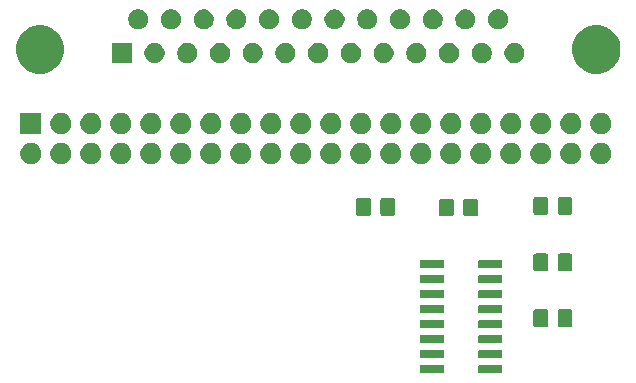
<source format=gbr>
G04 #@! TF.GenerationSoftware,KiCad,Pcbnew,(5.1.5-0-10_14)*
G04 #@! TF.CreationDate,2021-04-02T15:52:58+11:00*
G04 #@! TF.ProjectId,Pi_Zero_RS232_DB25_Hat,50695f5a-6572-46f5-9f52-533233325f44,rev?*
G04 #@! TF.SameCoordinates,Original*
G04 #@! TF.FileFunction,Soldermask,Top*
G04 #@! TF.FilePolarity,Negative*
%FSLAX46Y46*%
G04 Gerber Fmt 4.6, Leading zero omitted, Abs format (unit mm)*
G04 Created by KiCad (PCBNEW (5.1.5-0-10_14)) date 2021-04-02 15:52:58*
%MOMM*%
%LPD*%
G04 APERTURE LIST*
%ADD10C,0.100000*%
G04 APERTURE END LIST*
D10*
G36*
X74834728Y-90609164D02*
G01*
X74855809Y-90615560D01*
X74875245Y-90625948D01*
X74892276Y-90639924D01*
X74906252Y-90656955D01*
X74916640Y-90676391D01*
X74923036Y-90697472D01*
X74925800Y-90725540D01*
X74925800Y-91189260D01*
X74923036Y-91217328D01*
X74916640Y-91238409D01*
X74906252Y-91257845D01*
X74892276Y-91274876D01*
X74875245Y-91288852D01*
X74855809Y-91299240D01*
X74834728Y-91305636D01*
X74806660Y-91308400D01*
X72992940Y-91308400D01*
X72964872Y-91305636D01*
X72943791Y-91299240D01*
X72924355Y-91288852D01*
X72907324Y-91274876D01*
X72893348Y-91257845D01*
X72882960Y-91238409D01*
X72876564Y-91217328D01*
X72873800Y-91189260D01*
X72873800Y-90725540D01*
X72876564Y-90697472D01*
X72882960Y-90676391D01*
X72893348Y-90656955D01*
X72907324Y-90639924D01*
X72924355Y-90625948D01*
X72943791Y-90615560D01*
X72964872Y-90609164D01*
X72992940Y-90606400D01*
X74806660Y-90606400D01*
X74834728Y-90609164D01*
G37*
G36*
X69884728Y-90609164D02*
G01*
X69905809Y-90615560D01*
X69925245Y-90625948D01*
X69942276Y-90639924D01*
X69956252Y-90656955D01*
X69966640Y-90676391D01*
X69973036Y-90697472D01*
X69975800Y-90725540D01*
X69975800Y-91189260D01*
X69973036Y-91217328D01*
X69966640Y-91238409D01*
X69956252Y-91257845D01*
X69942276Y-91274876D01*
X69925245Y-91288852D01*
X69905809Y-91299240D01*
X69884728Y-91305636D01*
X69856660Y-91308400D01*
X68042940Y-91308400D01*
X68014872Y-91305636D01*
X67993791Y-91299240D01*
X67974355Y-91288852D01*
X67957324Y-91274876D01*
X67943348Y-91257845D01*
X67932960Y-91238409D01*
X67926564Y-91217328D01*
X67923800Y-91189260D01*
X67923800Y-90725540D01*
X67926564Y-90697472D01*
X67932960Y-90676391D01*
X67943348Y-90656955D01*
X67957324Y-90639924D01*
X67974355Y-90625948D01*
X67993791Y-90615560D01*
X68014872Y-90609164D01*
X68042940Y-90606400D01*
X69856660Y-90606400D01*
X69884728Y-90609164D01*
G37*
G36*
X69884728Y-89339164D02*
G01*
X69905809Y-89345560D01*
X69925245Y-89355948D01*
X69942276Y-89369924D01*
X69956252Y-89386955D01*
X69966640Y-89406391D01*
X69973036Y-89427472D01*
X69975800Y-89455540D01*
X69975800Y-89919260D01*
X69973036Y-89947328D01*
X69966640Y-89968409D01*
X69956252Y-89987845D01*
X69942276Y-90004876D01*
X69925245Y-90018852D01*
X69905809Y-90029240D01*
X69884728Y-90035636D01*
X69856660Y-90038400D01*
X68042940Y-90038400D01*
X68014872Y-90035636D01*
X67993791Y-90029240D01*
X67974355Y-90018852D01*
X67957324Y-90004876D01*
X67943348Y-89987845D01*
X67932960Y-89968409D01*
X67926564Y-89947328D01*
X67923800Y-89919260D01*
X67923800Y-89455540D01*
X67926564Y-89427472D01*
X67932960Y-89406391D01*
X67943348Y-89386955D01*
X67957324Y-89369924D01*
X67974355Y-89355948D01*
X67993791Y-89345560D01*
X68014872Y-89339164D01*
X68042940Y-89336400D01*
X69856660Y-89336400D01*
X69884728Y-89339164D01*
G37*
G36*
X74834728Y-89339164D02*
G01*
X74855809Y-89345560D01*
X74875245Y-89355948D01*
X74892276Y-89369924D01*
X74906252Y-89386955D01*
X74916640Y-89406391D01*
X74923036Y-89427472D01*
X74925800Y-89455540D01*
X74925800Y-89919260D01*
X74923036Y-89947328D01*
X74916640Y-89968409D01*
X74906252Y-89987845D01*
X74892276Y-90004876D01*
X74875245Y-90018852D01*
X74855809Y-90029240D01*
X74834728Y-90035636D01*
X74806660Y-90038400D01*
X72992940Y-90038400D01*
X72964872Y-90035636D01*
X72943791Y-90029240D01*
X72924355Y-90018852D01*
X72907324Y-90004876D01*
X72893348Y-89987845D01*
X72882960Y-89968409D01*
X72876564Y-89947328D01*
X72873800Y-89919260D01*
X72873800Y-89455540D01*
X72876564Y-89427472D01*
X72882960Y-89406391D01*
X72893348Y-89386955D01*
X72907324Y-89369924D01*
X72924355Y-89355948D01*
X72943791Y-89345560D01*
X72964872Y-89339164D01*
X72992940Y-89336400D01*
X74806660Y-89336400D01*
X74834728Y-89339164D01*
G37*
G36*
X74834728Y-88069164D02*
G01*
X74855809Y-88075560D01*
X74875245Y-88085948D01*
X74892276Y-88099924D01*
X74906252Y-88116955D01*
X74916640Y-88136391D01*
X74923036Y-88157472D01*
X74925800Y-88185540D01*
X74925800Y-88649260D01*
X74923036Y-88677328D01*
X74916640Y-88698409D01*
X74906252Y-88717845D01*
X74892276Y-88734876D01*
X74875245Y-88748852D01*
X74855809Y-88759240D01*
X74834728Y-88765636D01*
X74806660Y-88768400D01*
X72992940Y-88768400D01*
X72964872Y-88765636D01*
X72943791Y-88759240D01*
X72924355Y-88748852D01*
X72907324Y-88734876D01*
X72893348Y-88717845D01*
X72882960Y-88698409D01*
X72876564Y-88677328D01*
X72873800Y-88649260D01*
X72873800Y-88185540D01*
X72876564Y-88157472D01*
X72882960Y-88136391D01*
X72893348Y-88116955D01*
X72907324Y-88099924D01*
X72924355Y-88085948D01*
X72943791Y-88075560D01*
X72964872Y-88069164D01*
X72992940Y-88066400D01*
X74806660Y-88066400D01*
X74834728Y-88069164D01*
G37*
G36*
X69884728Y-88069164D02*
G01*
X69905809Y-88075560D01*
X69925245Y-88085948D01*
X69942276Y-88099924D01*
X69956252Y-88116955D01*
X69966640Y-88136391D01*
X69973036Y-88157472D01*
X69975800Y-88185540D01*
X69975800Y-88649260D01*
X69973036Y-88677328D01*
X69966640Y-88698409D01*
X69956252Y-88717845D01*
X69942276Y-88734876D01*
X69925245Y-88748852D01*
X69905809Y-88759240D01*
X69884728Y-88765636D01*
X69856660Y-88768400D01*
X68042940Y-88768400D01*
X68014872Y-88765636D01*
X67993791Y-88759240D01*
X67974355Y-88748852D01*
X67957324Y-88734876D01*
X67943348Y-88717845D01*
X67932960Y-88698409D01*
X67926564Y-88677328D01*
X67923800Y-88649260D01*
X67923800Y-88185540D01*
X67926564Y-88157472D01*
X67932960Y-88136391D01*
X67943348Y-88116955D01*
X67957324Y-88099924D01*
X67974355Y-88085948D01*
X67993791Y-88075560D01*
X68014872Y-88069164D01*
X68042940Y-88066400D01*
X69856660Y-88066400D01*
X69884728Y-88069164D01*
G37*
G36*
X69884728Y-86799164D02*
G01*
X69905809Y-86805560D01*
X69925245Y-86815948D01*
X69942276Y-86829924D01*
X69956252Y-86846955D01*
X69966640Y-86866391D01*
X69973036Y-86887472D01*
X69975800Y-86915540D01*
X69975800Y-87379260D01*
X69973036Y-87407328D01*
X69966640Y-87428409D01*
X69956252Y-87447845D01*
X69942276Y-87464876D01*
X69925245Y-87478852D01*
X69905809Y-87489240D01*
X69884728Y-87495636D01*
X69856660Y-87498400D01*
X68042940Y-87498400D01*
X68014872Y-87495636D01*
X67993791Y-87489240D01*
X67974355Y-87478852D01*
X67957324Y-87464876D01*
X67943348Y-87447845D01*
X67932960Y-87428409D01*
X67926564Y-87407328D01*
X67923800Y-87379260D01*
X67923800Y-86915540D01*
X67926564Y-86887472D01*
X67932960Y-86866391D01*
X67943348Y-86846955D01*
X67957324Y-86829924D01*
X67974355Y-86815948D01*
X67993791Y-86805560D01*
X68014872Y-86799164D01*
X68042940Y-86796400D01*
X69856660Y-86796400D01*
X69884728Y-86799164D01*
G37*
G36*
X74834728Y-86799164D02*
G01*
X74855809Y-86805560D01*
X74875245Y-86815948D01*
X74892276Y-86829924D01*
X74906252Y-86846955D01*
X74916640Y-86866391D01*
X74923036Y-86887472D01*
X74925800Y-86915540D01*
X74925800Y-87379260D01*
X74923036Y-87407328D01*
X74916640Y-87428409D01*
X74906252Y-87447845D01*
X74892276Y-87464876D01*
X74875245Y-87478852D01*
X74855809Y-87489240D01*
X74834728Y-87495636D01*
X74806660Y-87498400D01*
X72992940Y-87498400D01*
X72964872Y-87495636D01*
X72943791Y-87489240D01*
X72924355Y-87478852D01*
X72907324Y-87464876D01*
X72893348Y-87447845D01*
X72882960Y-87428409D01*
X72876564Y-87407328D01*
X72873800Y-87379260D01*
X72873800Y-86915540D01*
X72876564Y-86887472D01*
X72882960Y-86866391D01*
X72893348Y-86846955D01*
X72907324Y-86829924D01*
X72924355Y-86815948D01*
X72943791Y-86805560D01*
X72964872Y-86799164D01*
X72992940Y-86796400D01*
X74806660Y-86796400D01*
X74834728Y-86799164D01*
G37*
G36*
X78635874Y-85892865D02*
G01*
X78673567Y-85904299D01*
X78708303Y-85922866D01*
X78738748Y-85947852D01*
X78763734Y-85978297D01*
X78782301Y-86013033D01*
X78793735Y-86050726D01*
X78798200Y-86096061D01*
X78798200Y-87182739D01*
X78793735Y-87228074D01*
X78782301Y-87265767D01*
X78763734Y-87300503D01*
X78738748Y-87330948D01*
X78708303Y-87355934D01*
X78673567Y-87374501D01*
X78635874Y-87385935D01*
X78590539Y-87390400D01*
X77753861Y-87390400D01*
X77708526Y-87385935D01*
X77670833Y-87374501D01*
X77636097Y-87355934D01*
X77605652Y-87330948D01*
X77580666Y-87300503D01*
X77562099Y-87265767D01*
X77550665Y-87228074D01*
X77546200Y-87182739D01*
X77546200Y-86096061D01*
X77550665Y-86050726D01*
X77562099Y-86013033D01*
X77580666Y-85978297D01*
X77605652Y-85947852D01*
X77636097Y-85922866D01*
X77670833Y-85904299D01*
X77708526Y-85892865D01*
X77753861Y-85888400D01*
X78590539Y-85888400D01*
X78635874Y-85892865D01*
G37*
G36*
X80685874Y-85892865D02*
G01*
X80723567Y-85904299D01*
X80758303Y-85922866D01*
X80788748Y-85947852D01*
X80813734Y-85978297D01*
X80832301Y-86013033D01*
X80843735Y-86050726D01*
X80848200Y-86096061D01*
X80848200Y-87182739D01*
X80843735Y-87228074D01*
X80832301Y-87265767D01*
X80813734Y-87300503D01*
X80788748Y-87330948D01*
X80758303Y-87355934D01*
X80723567Y-87374501D01*
X80685874Y-87385935D01*
X80640539Y-87390400D01*
X79803861Y-87390400D01*
X79758526Y-87385935D01*
X79720833Y-87374501D01*
X79686097Y-87355934D01*
X79655652Y-87330948D01*
X79630666Y-87300503D01*
X79612099Y-87265767D01*
X79600665Y-87228074D01*
X79596200Y-87182739D01*
X79596200Y-86096061D01*
X79600665Y-86050726D01*
X79612099Y-86013033D01*
X79630666Y-85978297D01*
X79655652Y-85947852D01*
X79686097Y-85922866D01*
X79720833Y-85904299D01*
X79758526Y-85892865D01*
X79803861Y-85888400D01*
X80640539Y-85888400D01*
X80685874Y-85892865D01*
G37*
G36*
X69884728Y-85529164D02*
G01*
X69905809Y-85535560D01*
X69925245Y-85545948D01*
X69942276Y-85559924D01*
X69956252Y-85576955D01*
X69966640Y-85596391D01*
X69973036Y-85617472D01*
X69975800Y-85645540D01*
X69975800Y-86109260D01*
X69973036Y-86137328D01*
X69966640Y-86158409D01*
X69956252Y-86177845D01*
X69942276Y-86194876D01*
X69925245Y-86208852D01*
X69905809Y-86219240D01*
X69884728Y-86225636D01*
X69856660Y-86228400D01*
X68042940Y-86228400D01*
X68014872Y-86225636D01*
X67993791Y-86219240D01*
X67974355Y-86208852D01*
X67957324Y-86194876D01*
X67943348Y-86177845D01*
X67932960Y-86158409D01*
X67926564Y-86137328D01*
X67923800Y-86109260D01*
X67923800Y-85645540D01*
X67926564Y-85617472D01*
X67932960Y-85596391D01*
X67943348Y-85576955D01*
X67957324Y-85559924D01*
X67974355Y-85545948D01*
X67993791Y-85535560D01*
X68014872Y-85529164D01*
X68042940Y-85526400D01*
X69856660Y-85526400D01*
X69884728Y-85529164D01*
G37*
G36*
X74834728Y-85529164D02*
G01*
X74855809Y-85535560D01*
X74875245Y-85545948D01*
X74892276Y-85559924D01*
X74906252Y-85576955D01*
X74916640Y-85596391D01*
X74923036Y-85617472D01*
X74925800Y-85645540D01*
X74925800Y-86109260D01*
X74923036Y-86137328D01*
X74916640Y-86158409D01*
X74906252Y-86177845D01*
X74892276Y-86194876D01*
X74875245Y-86208852D01*
X74855809Y-86219240D01*
X74834728Y-86225636D01*
X74806660Y-86228400D01*
X72992940Y-86228400D01*
X72964872Y-86225636D01*
X72943791Y-86219240D01*
X72924355Y-86208852D01*
X72907324Y-86194876D01*
X72893348Y-86177845D01*
X72882960Y-86158409D01*
X72876564Y-86137328D01*
X72873800Y-86109260D01*
X72873800Y-85645540D01*
X72876564Y-85617472D01*
X72882960Y-85596391D01*
X72893348Y-85576955D01*
X72907324Y-85559924D01*
X72924355Y-85545948D01*
X72943791Y-85535560D01*
X72964872Y-85529164D01*
X72992940Y-85526400D01*
X74806660Y-85526400D01*
X74834728Y-85529164D01*
G37*
G36*
X74834728Y-84259164D02*
G01*
X74855809Y-84265560D01*
X74875245Y-84275948D01*
X74892276Y-84289924D01*
X74906252Y-84306955D01*
X74916640Y-84326391D01*
X74923036Y-84347472D01*
X74925800Y-84375540D01*
X74925800Y-84839260D01*
X74923036Y-84867328D01*
X74916640Y-84888409D01*
X74906252Y-84907845D01*
X74892276Y-84924876D01*
X74875245Y-84938852D01*
X74855809Y-84949240D01*
X74834728Y-84955636D01*
X74806660Y-84958400D01*
X72992940Y-84958400D01*
X72964872Y-84955636D01*
X72943791Y-84949240D01*
X72924355Y-84938852D01*
X72907324Y-84924876D01*
X72893348Y-84907845D01*
X72882960Y-84888409D01*
X72876564Y-84867328D01*
X72873800Y-84839260D01*
X72873800Y-84375540D01*
X72876564Y-84347472D01*
X72882960Y-84326391D01*
X72893348Y-84306955D01*
X72907324Y-84289924D01*
X72924355Y-84275948D01*
X72943791Y-84265560D01*
X72964872Y-84259164D01*
X72992940Y-84256400D01*
X74806660Y-84256400D01*
X74834728Y-84259164D01*
G37*
G36*
X69884728Y-84259164D02*
G01*
X69905809Y-84265560D01*
X69925245Y-84275948D01*
X69942276Y-84289924D01*
X69956252Y-84306955D01*
X69966640Y-84326391D01*
X69973036Y-84347472D01*
X69975800Y-84375540D01*
X69975800Y-84839260D01*
X69973036Y-84867328D01*
X69966640Y-84888409D01*
X69956252Y-84907845D01*
X69942276Y-84924876D01*
X69925245Y-84938852D01*
X69905809Y-84949240D01*
X69884728Y-84955636D01*
X69856660Y-84958400D01*
X68042940Y-84958400D01*
X68014872Y-84955636D01*
X67993791Y-84949240D01*
X67974355Y-84938852D01*
X67957324Y-84924876D01*
X67943348Y-84907845D01*
X67932960Y-84888409D01*
X67926564Y-84867328D01*
X67923800Y-84839260D01*
X67923800Y-84375540D01*
X67926564Y-84347472D01*
X67932960Y-84326391D01*
X67943348Y-84306955D01*
X67957324Y-84289924D01*
X67974355Y-84275948D01*
X67993791Y-84265560D01*
X68014872Y-84259164D01*
X68042940Y-84256400D01*
X69856660Y-84256400D01*
X69884728Y-84259164D01*
G37*
G36*
X69884728Y-82989164D02*
G01*
X69905809Y-82995560D01*
X69925245Y-83005948D01*
X69942276Y-83019924D01*
X69956252Y-83036955D01*
X69966640Y-83056391D01*
X69973036Y-83077472D01*
X69975800Y-83105540D01*
X69975800Y-83569260D01*
X69973036Y-83597328D01*
X69966640Y-83618409D01*
X69956252Y-83637845D01*
X69942276Y-83654876D01*
X69925245Y-83668852D01*
X69905809Y-83679240D01*
X69884728Y-83685636D01*
X69856660Y-83688400D01*
X68042940Y-83688400D01*
X68014872Y-83685636D01*
X67993791Y-83679240D01*
X67974355Y-83668852D01*
X67957324Y-83654876D01*
X67943348Y-83637845D01*
X67932960Y-83618409D01*
X67926564Y-83597328D01*
X67923800Y-83569260D01*
X67923800Y-83105540D01*
X67926564Y-83077472D01*
X67932960Y-83056391D01*
X67943348Y-83036955D01*
X67957324Y-83019924D01*
X67974355Y-83005948D01*
X67993791Y-82995560D01*
X68014872Y-82989164D01*
X68042940Y-82986400D01*
X69856660Y-82986400D01*
X69884728Y-82989164D01*
G37*
G36*
X74834728Y-82989164D02*
G01*
X74855809Y-82995560D01*
X74875245Y-83005948D01*
X74892276Y-83019924D01*
X74906252Y-83036955D01*
X74916640Y-83056391D01*
X74923036Y-83077472D01*
X74925800Y-83105540D01*
X74925800Y-83569260D01*
X74923036Y-83597328D01*
X74916640Y-83618409D01*
X74906252Y-83637845D01*
X74892276Y-83654876D01*
X74875245Y-83668852D01*
X74855809Y-83679240D01*
X74834728Y-83685636D01*
X74806660Y-83688400D01*
X72992940Y-83688400D01*
X72964872Y-83685636D01*
X72943791Y-83679240D01*
X72924355Y-83668852D01*
X72907324Y-83654876D01*
X72893348Y-83637845D01*
X72882960Y-83618409D01*
X72876564Y-83597328D01*
X72873800Y-83569260D01*
X72873800Y-83105540D01*
X72876564Y-83077472D01*
X72882960Y-83056391D01*
X72893348Y-83036955D01*
X72907324Y-83019924D01*
X72924355Y-83005948D01*
X72943791Y-82995560D01*
X72964872Y-82989164D01*
X72992940Y-82986400D01*
X74806660Y-82986400D01*
X74834728Y-82989164D01*
G37*
G36*
X78635874Y-81168465D02*
G01*
X78673567Y-81179899D01*
X78708303Y-81198466D01*
X78738748Y-81223452D01*
X78763734Y-81253897D01*
X78782301Y-81288633D01*
X78793735Y-81326326D01*
X78798200Y-81371661D01*
X78798200Y-82458339D01*
X78793735Y-82503674D01*
X78782301Y-82541367D01*
X78763734Y-82576103D01*
X78738748Y-82606548D01*
X78708303Y-82631534D01*
X78673567Y-82650101D01*
X78635874Y-82661535D01*
X78590539Y-82666000D01*
X77753861Y-82666000D01*
X77708526Y-82661535D01*
X77670833Y-82650101D01*
X77636097Y-82631534D01*
X77605652Y-82606548D01*
X77580666Y-82576103D01*
X77562099Y-82541367D01*
X77550665Y-82503674D01*
X77546200Y-82458339D01*
X77546200Y-81371661D01*
X77550665Y-81326326D01*
X77562099Y-81288633D01*
X77580666Y-81253897D01*
X77605652Y-81223452D01*
X77636097Y-81198466D01*
X77670833Y-81179899D01*
X77708526Y-81168465D01*
X77753861Y-81164000D01*
X78590539Y-81164000D01*
X78635874Y-81168465D01*
G37*
G36*
X80685874Y-81168465D02*
G01*
X80723567Y-81179899D01*
X80758303Y-81198466D01*
X80788748Y-81223452D01*
X80813734Y-81253897D01*
X80832301Y-81288633D01*
X80843735Y-81326326D01*
X80848200Y-81371661D01*
X80848200Y-82458339D01*
X80843735Y-82503674D01*
X80832301Y-82541367D01*
X80813734Y-82576103D01*
X80788748Y-82606548D01*
X80758303Y-82631534D01*
X80723567Y-82650101D01*
X80685874Y-82661535D01*
X80640539Y-82666000D01*
X79803861Y-82666000D01*
X79758526Y-82661535D01*
X79720833Y-82650101D01*
X79686097Y-82631534D01*
X79655652Y-82606548D01*
X79630666Y-82576103D01*
X79612099Y-82541367D01*
X79600665Y-82503674D01*
X79596200Y-82458339D01*
X79596200Y-81371661D01*
X79600665Y-81326326D01*
X79612099Y-81288633D01*
X79630666Y-81253897D01*
X79655652Y-81223452D01*
X79686097Y-81198466D01*
X79720833Y-81179899D01*
X79758526Y-81168465D01*
X79803861Y-81164000D01*
X80640539Y-81164000D01*
X80685874Y-81168465D01*
G37*
G36*
X74834728Y-81719164D02*
G01*
X74855809Y-81725560D01*
X74875245Y-81735948D01*
X74892276Y-81749924D01*
X74906252Y-81766955D01*
X74916640Y-81786391D01*
X74923036Y-81807472D01*
X74925800Y-81835540D01*
X74925800Y-82299260D01*
X74923036Y-82327328D01*
X74916640Y-82348409D01*
X74906252Y-82367845D01*
X74892276Y-82384876D01*
X74875245Y-82398852D01*
X74855809Y-82409240D01*
X74834728Y-82415636D01*
X74806660Y-82418400D01*
X72992940Y-82418400D01*
X72964872Y-82415636D01*
X72943791Y-82409240D01*
X72924355Y-82398852D01*
X72907324Y-82384876D01*
X72893348Y-82367845D01*
X72882960Y-82348409D01*
X72876564Y-82327328D01*
X72873800Y-82299260D01*
X72873800Y-81835540D01*
X72876564Y-81807472D01*
X72882960Y-81786391D01*
X72893348Y-81766955D01*
X72907324Y-81749924D01*
X72924355Y-81735948D01*
X72943791Y-81725560D01*
X72964872Y-81719164D01*
X72992940Y-81716400D01*
X74806660Y-81716400D01*
X74834728Y-81719164D01*
G37*
G36*
X69884728Y-81719164D02*
G01*
X69905809Y-81725560D01*
X69925245Y-81735948D01*
X69942276Y-81749924D01*
X69956252Y-81766955D01*
X69966640Y-81786391D01*
X69973036Y-81807472D01*
X69975800Y-81835540D01*
X69975800Y-82299260D01*
X69973036Y-82327328D01*
X69966640Y-82348409D01*
X69956252Y-82367845D01*
X69942276Y-82384876D01*
X69925245Y-82398852D01*
X69905809Y-82409240D01*
X69884728Y-82415636D01*
X69856660Y-82418400D01*
X68042940Y-82418400D01*
X68014872Y-82415636D01*
X67993791Y-82409240D01*
X67974355Y-82398852D01*
X67957324Y-82384876D01*
X67943348Y-82367845D01*
X67932960Y-82348409D01*
X67926564Y-82327328D01*
X67923800Y-82299260D01*
X67923800Y-81835540D01*
X67926564Y-81807472D01*
X67932960Y-81786391D01*
X67943348Y-81766955D01*
X67957324Y-81749924D01*
X67974355Y-81735948D01*
X67993791Y-81725560D01*
X68014872Y-81719164D01*
X68042940Y-81716400D01*
X69856660Y-81716400D01*
X69884728Y-81719164D01*
G37*
G36*
X70634874Y-76520265D02*
G01*
X70672567Y-76531699D01*
X70707303Y-76550266D01*
X70737748Y-76575252D01*
X70762734Y-76605697D01*
X70781301Y-76640433D01*
X70792735Y-76678126D01*
X70797200Y-76723461D01*
X70797200Y-77810139D01*
X70792735Y-77855474D01*
X70781301Y-77893167D01*
X70762734Y-77927903D01*
X70737748Y-77958348D01*
X70707303Y-77983334D01*
X70672567Y-78001901D01*
X70634874Y-78013335D01*
X70589539Y-78017800D01*
X69752861Y-78017800D01*
X69707526Y-78013335D01*
X69669833Y-78001901D01*
X69635097Y-77983334D01*
X69604652Y-77958348D01*
X69579666Y-77927903D01*
X69561099Y-77893167D01*
X69549665Y-77855474D01*
X69545200Y-77810139D01*
X69545200Y-76723461D01*
X69549665Y-76678126D01*
X69561099Y-76640433D01*
X69579666Y-76605697D01*
X69604652Y-76575252D01*
X69635097Y-76550266D01*
X69669833Y-76531699D01*
X69707526Y-76520265D01*
X69752861Y-76515800D01*
X70589539Y-76515800D01*
X70634874Y-76520265D01*
G37*
G36*
X72684874Y-76520265D02*
G01*
X72722567Y-76531699D01*
X72757303Y-76550266D01*
X72787748Y-76575252D01*
X72812734Y-76605697D01*
X72831301Y-76640433D01*
X72842735Y-76678126D01*
X72847200Y-76723461D01*
X72847200Y-77810139D01*
X72842735Y-77855474D01*
X72831301Y-77893167D01*
X72812734Y-77927903D01*
X72787748Y-77958348D01*
X72757303Y-77983334D01*
X72722567Y-78001901D01*
X72684874Y-78013335D01*
X72639539Y-78017800D01*
X71802861Y-78017800D01*
X71757526Y-78013335D01*
X71719833Y-78001901D01*
X71685097Y-77983334D01*
X71654652Y-77958348D01*
X71629666Y-77927903D01*
X71611099Y-77893167D01*
X71599665Y-77855474D01*
X71595200Y-77810139D01*
X71595200Y-76723461D01*
X71599665Y-76678126D01*
X71611099Y-76640433D01*
X71629666Y-76605697D01*
X71654652Y-76575252D01*
X71685097Y-76550266D01*
X71719833Y-76531699D01*
X71757526Y-76520265D01*
X71802861Y-76515800D01*
X72639539Y-76515800D01*
X72684874Y-76520265D01*
G37*
G36*
X63624474Y-76469465D02*
G01*
X63662167Y-76480899D01*
X63696903Y-76499466D01*
X63727348Y-76524452D01*
X63752334Y-76554897D01*
X63770901Y-76589633D01*
X63782335Y-76627326D01*
X63786800Y-76672661D01*
X63786800Y-77759339D01*
X63782335Y-77804674D01*
X63770901Y-77842367D01*
X63752334Y-77877103D01*
X63727348Y-77907548D01*
X63696903Y-77932534D01*
X63662167Y-77951101D01*
X63624474Y-77962535D01*
X63579139Y-77967000D01*
X62742461Y-77967000D01*
X62697126Y-77962535D01*
X62659433Y-77951101D01*
X62624697Y-77932534D01*
X62594252Y-77907548D01*
X62569266Y-77877103D01*
X62550699Y-77842367D01*
X62539265Y-77804674D01*
X62534800Y-77759339D01*
X62534800Y-76672661D01*
X62539265Y-76627326D01*
X62550699Y-76589633D01*
X62569266Y-76554897D01*
X62594252Y-76524452D01*
X62624697Y-76499466D01*
X62659433Y-76480899D01*
X62697126Y-76469465D01*
X62742461Y-76465000D01*
X63579139Y-76465000D01*
X63624474Y-76469465D01*
G37*
G36*
X65674474Y-76469465D02*
G01*
X65712167Y-76480899D01*
X65746903Y-76499466D01*
X65777348Y-76524452D01*
X65802334Y-76554897D01*
X65820901Y-76589633D01*
X65832335Y-76627326D01*
X65836800Y-76672661D01*
X65836800Y-77759339D01*
X65832335Y-77804674D01*
X65820901Y-77842367D01*
X65802334Y-77877103D01*
X65777348Y-77907548D01*
X65746903Y-77932534D01*
X65712167Y-77951101D01*
X65674474Y-77962535D01*
X65629139Y-77967000D01*
X64792461Y-77967000D01*
X64747126Y-77962535D01*
X64709433Y-77951101D01*
X64674697Y-77932534D01*
X64644252Y-77907548D01*
X64619266Y-77877103D01*
X64600699Y-77842367D01*
X64589265Y-77804674D01*
X64584800Y-77759339D01*
X64584800Y-76672661D01*
X64589265Y-76627326D01*
X64600699Y-76589633D01*
X64619266Y-76554897D01*
X64644252Y-76524452D01*
X64674697Y-76499466D01*
X64709433Y-76480899D01*
X64747126Y-76469465D01*
X64792461Y-76465000D01*
X65629139Y-76465000D01*
X65674474Y-76469465D01*
G37*
G36*
X80685874Y-76393265D02*
G01*
X80723567Y-76404699D01*
X80758303Y-76423266D01*
X80788748Y-76448252D01*
X80813734Y-76478697D01*
X80832301Y-76513433D01*
X80843735Y-76551126D01*
X80848200Y-76596461D01*
X80848200Y-77683139D01*
X80843735Y-77728474D01*
X80832301Y-77766167D01*
X80813734Y-77800903D01*
X80788748Y-77831348D01*
X80758303Y-77856334D01*
X80723567Y-77874901D01*
X80685874Y-77886335D01*
X80640539Y-77890800D01*
X79803861Y-77890800D01*
X79758526Y-77886335D01*
X79720833Y-77874901D01*
X79686097Y-77856334D01*
X79655652Y-77831348D01*
X79630666Y-77800903D01*
X79612099Y-77766167D01*
X79600665Y-77728474D01*
X79596200Y-77683139D01*
X79596200Y-76596461D01*
X79600665Y-76551126D01*
X79612099Y-76513433D01*
X79630666Y-76478697D01*
X79655652Y-76448252D01*
X79686097Y-76423266D01*
X79720833Y-76404699D01*
X79758526Y-76393265D01*
X79803861Y-76388800D01*
X80640539Y-76388800D01*
X80685874Y-76393265D01*
G37*
G36*
X78635874Y-76393265D02*
G01*
X78673567Y-76404699D01*
X78708303Y-76423266D01*
X78738748Y-76448252D01*
X78763734Y-76478697D01*
X78782301Y-76513433D01*
X78793735Y-76551126D01*
X78798200Y-76596461D01*
X78798200Y-77683139D01*
X78793735Y-77728474D01*
X78782301Y-77766167D01*
X78763734Y-77800903D01*
X78738748Y-77831348D01*
X78708303Y-77856334D01*
X78673567Y-77874901D01*
X78635874Y-77886335D01*
X78590539Y-77890800D01*
X77753861Y-77890800D01*
X77708526Y-77886335D01*
X77670833Y-77874901D01*
X77636097Y-77856334D01*
X77605652Y-77831348D01*
X77580666Y-77800903D01*
X77562099Y-77766167D01*
X77550665Y-77728474D01*
X77546200Y-77683139D01*
X77546200Y-76596461D01*
X77550665Y-76551126D01*
X77562099Y-76513433D01*
X77580666Y-76478697D01*
X77605652Y-76448252D01*
X77636097Y-76423266D01*
X77670833Y-76404699D01*
X77708526Y-76393265D01*
X77753861Y-76388800D01*
X78590539Y-76388800D01*
X78635874Y-76393265D01*
G37*
G36*
X45262012Y-71811427D02*
G01*
X45411312Y-71841124D01*
X45575284Y-71909044D01*
X45722854Y-72007647D01*
X45848353Y-72133146D01*
X45946956Y-72280716D01*
X46014876Y-72444688D01*
X46049500Y-72618759D01*
X46049500Y-72796241D01*
X46014876Y-72970312D01*
X45946956Y-73134284D01*
X45848353Y-73281854D01*
X45722854Y-73407353D01*
X45575284Y-73505956D01*
X45411312Y-73573876D01*
X45262012Y-73603573D01*
X45237242Y-73608500D01*
X45059758Y-73608500D01*
X45034988Y-73603573D01*
X44885688Y-73573876D01*
X44721716Y-73505956D01*
X44574146Y-73407353D01*
X44448647Y-73281854D01*
X44350044Y-73134284D01*
X44282124Y-72970312D01*
X44247500Y-72796241D01*
X44247500Y-72618759D01*
X44282124Y-72444688D01*
X44350044Y-72280716D01*
X44448647Y-72133146D01*
X44574146Y-72007647D01*
X44721716Y-71909044D01*
X44885688Y-71841124D01*
X45034988Y-71811427D01*
X45059758Y-71806500D01*
X45237242Y-71806500D01*
X45262012Y-71811427D01*
G37*
G36*
X42722012Y-71811427D02*
G01*
X42871312Y-71841124D01*
X43035284Y-71909044D01*
X43182854Y-72007647D01*
X43308353Y-72133146D01*
X43406956Y-72280716D01*
X43474876Y-72444688D01*
X43509500Y-72618759D01*
X43509500Y-72796241D01*
X43474876Y-72970312D01*
X43406956Y-73134284D01*
X43308353Y-73281854D01*
X43182854Y-73407353D01*
X43035284Y-73505956D01*
X42871312Y-73573876D01*
X42722012Y-73603573D01*
X42697242Y-73608500D01*
X42519758Y-73608500D01*
X42494988Y-73603573D01*
X42345688Y-73573876D01*
X42181716Y-73505956D01*
X42034146Y-73407353D01*
X41908647Y-73281854D01*
X41810044Y-73134284D01*
X41742124Y-72970312D01*
X41707500Y-72796241D01*
X41707500Y-72618759D01*
X41742124Y-72444688D01*
X41810044Y-72280716D01*
X41908647Y-72133146D01*
X42034146Y-72007647D01*
X42181716Y-71909044D01*
X42345688Y-71841124D01*
X42494988Y-71811427D01*
X42519758Y-71806500D01*
X42697242Y-71806500D01*
X42722012Y-71811427D01*
G37*
G36*
X40182012Y-71811427D02*
G01*
X40331312Y-71841124D01*
X40495284Y-71909044D01*
X40642854Y-72007647D01*
X40768353Y-72133146D01*
X40866956Y-72280716D01*
X40934876Y-72444688D01*
X40969500Y-72618759D01*
X40969500Y-72796241D01*
X40934876Y-72970312D01*
X40866956Y-73134284D01*
X40768353Y-73281854D01*
X40642854Y-73407353D01*
X40495284Y-73505956D01*
X40331312Y-73573876D01*
X40182012Y-73603573D01*
X40157242Y-73608500D01*
X39979758Y-73608500D01*
X39954988Y-73603573D01*
X39805688Y-73573876D01*
X39641716Y-73505956D01*
X39494146Y-73407353D01*
X39368647Y-73281854D01*
X39270044Y-73134284D01*
X39202124Y-72970312D01*
X39167500Y-72796241D01*
X39167500Y-72618759D01*
X39202124Y-72444688D01*
X39270044Y-72280716D01*
X39368647Y-72133146D01*
X39494146Y-72007647D01*
X39641716Y-71909044D01*
X39805688Y-71841124D01*
X39954988Y-71811427D01*
X39979758Y-71806500D01*
X40157242Y-71806500D01*
X40182012Y-71811427D01*
G37*
G36*
X37642012Y-71811427D02*
G01*
X37791312Y-71841124D01*
X37955284Y-71909044D01*
X38102854Y-72007647D01*
X38228353Y-72133146D01*
X38326956Y-72280716D01*
X38394876Y-72444688D01*
X38429500Y-72618759D01*
X38429500Y-72796241D01*
X38394876Y-72970312D01*
X38326956Y-73134284D01*
X38228353Y-73281854D01*
X38102854Y-73407353D01*
X37955284Y-73505956D01*
X37791312Y-73573876D01*
X37642012Y-73603573D01*
X37617242Y-73608500D01*
X37439758Y-73608500D01*
X37414988Y-73603573D01*
X37265688Y-73573876D01*
X37101716Y-73505956D01*
X36954146Y-73407353D01*
X36828647Y-73281854D01*
X36730044Y-73134284D01*
X36662124Y-72970312D01*
X36627500Y-72796241D01*
X36627500Y-72618759D01*
X36662124Y-72444688D01*
X36730044Y-72280716D01*
X36828647Y-72133146D01*
X36954146Y-72007647D01*
X37101716Y-71909044D01*
X37265688Y-71841124D01*
X37414988Y-71811427D01*
X37439758Y-71806500D01*
X37617242Y-71806500D01*
X37642012Y-71811427D01*
G37*
G36*
X35102012Y-71811427D02*
G01*
X35251312Y-71841124D01*
X35415284Y-71909044D01*
X35562854Y-72007647D01*
X35688353Y-72133146D01*
X35786956Y-72280716D01*
X35854876Y-72444688D01*
X35889500Y-72618759D01*
X35889500Y-72796241D01*
X35854876Y-72970312D01*
X35786956Y-73134284D01*
X35688353Y-73281854D01*
X35562854Y-73407353D01*
X35415284Y-73505956D01*
X35251312Y-73573876D01*
X35102012Y-73603573D01*
X35077242Y-73608500D01*
X34899758Y-73608500D01*
X34874988Y-73603573D01*
X34725688Y-73573876D01*
X34561716Y-73505956D01*
X34414146Y-73407353D01*
X34288647Y-73281854D01*
X34190044Y-73134284D01*
X34122124Y-72970312D01*
X34087500Y-72796241D01*
X34087500Y-72618759D01*
X34122124Y-72444688D01*
X34190044Y-72280716D01*
X34288647Y-72133146D01*
X34414146Y-72007647D01*
X34561716Y-71909044D01*
X34725688Y-71841124D01*
X34874988Y-71811427D01*
X34899758Y-71806500D01*
X35077242Y-71806500D01*
X35102012Y-71811427D01*
G37*
G36*
X83362012Y-71811427D02*
G01*
X83511312Y-71841124D01*
X83675284Y-71909044D01*
X83822854Y-72007647D01*
X83948353Y-72133146D01*
X84046956Y-72280716D01*
X84114876Y-72444688D01*
X84149500Y-72618759D01*
X84149500Y-72796241D01*
X84114876Y-72970312D01*
X84046956Y-73134284D01*
X83948353Y-73281854D01*
X83822854Y-73407353D01*
X83675284Y-73505956D01*
X83511312Y-73573876D01*
X83362012Y-73603573D01*
X83337242Y-73608500D01*
X83159758Y-73608500D01*
X83134988Y-73603573D01*
X82985688Y-73573876D01*
X82821716Y-73505956D01*
X82674146Y-73407353D01*
X82548647Y-73281854D01*
X82450044Y-73134284D01*
X82382124Y-72970312D01*
X82347500Y-72796241D01*
X82347500Y-72618759D01*
X82382124Y-72444688D01*
X82450044Y-72280716D01*
X82548647Y-72133146D01*
X82674146Y-72007647D01*
X82821716Y-71909044D01*
X82985688Y-71841124D01*
X83134988Y-71811427D01*
X83159758Y-71806500D01*
X83337242Y-71806500D01*
X83362012Y-71811427D01*
G37*
G36*
X80822012Y-71811427D02*
G01*
X80971312Y-71841124D01*
X81135284Y-71909044D01*
X81282854Y-72007647D01*
X81408353Y-72133146D01*
X81506956Y-72280716D01*
X81574876Y-72444688D01*
X81609500Y-72618759D01*
X81609500Y-72796241D01*
X81574876Y-72970312D01*
X81506956Y-73134284D01*
X81408353Y-73281854D01*
X81282854Y-73407353D01*
X81135284Y-73505956D01*
X80971312Y-73573876D01*
X80822012Y-73603573D01*
X80797242Y-73608500D01*
X80619758Y-73608500D01*
X80594988Y-73603573D01*
X80445688Y-73573876D01*
X80281716Y-73505956D01*
X80134146Y-73407353D01*
X80008647Y-73281854D01*
X79910044Y-73134284D01*
X79842124Y-72970312D01*
X79807500Y-72796241D01*
X79807500Y-72618759D01*
X79842124Y-72444688D01*
X79910044Y-72280716D01*
X80008647Y-72133146D01*
X80134146Y-72007647D01*
X80281716Y-71909044D01*
X80445688Y-71841124D01*
X80594988Y-71811427D01*
X80619758Y-71806500D01*
X80797242Y-71806500D01*
X80822012Y-71811427D01*
G37*
G36*
X78282012Y-71811427D02*
G01*
X78431312Y-71841124D01*
X78595284Y-71909044D01*
X78742854Y-72007647D01*
X78868353Y-72133146D01*
X78966956Y-72280716D01*
X79034876Y-72444688D01*
X79069500Y-72618759D01*
X79069500Y-72796241D01*
X79034876Y-72970312D01*
X78966956Y-73134284D01*
X78868353Y-73281854D01*
X78742854Y-73407353D01*
X78595284Y-73505956D01*
X78431312Y-73573876D01*
X78282012Y-73603573D01*
X78257242Y-73608500D01*
X78079758Y-73608500D01*
X78054988Y-73603573D01*
X77905688Y-73573876D01*
X77741716Y-73505956D01*
X77594146Y-73407353D01*
X77468647Y-73281854D01*
X77370044Y-73134284D01*
X77302124Y-72970312D01*
X77267500Y-72796241D01*
X77267500Y-72618759D01*
X77302124Y-72444688D01*
X77370044Y-72280716D01*
X77468647Y-72133146D01*
X77594146Y-72007647D01*
X77741716Y-71909044D01*
X77905688Y-71841124D01*
X78054988Y-71811427D01*
X78079758Y-71806500D01*
X78257242Y-71806500D01*
X78282012Y-71811427D01*
G37*
G36*
X75742012Y-71811427D02*
G01*
X75891312Y-71841124D01*
X76055284Y-71909044D01*
X76202854Y-72007647D01*
X76328353Y-72133146D01*
X76426956Y-72280716D01*
X76494876Y-72444688D01*
X76529500Y-72618759D01*
X76529500Y-72796241D01*
X76494876Y-72970312D01*
X76426956Y-73134284D01*
X76328353Y-73281854D01*
X76202854Y-73407353D01*
X76055284Y-73505956D01*
X75891312Y-73573876D01*
X75742012Y-73603573D01*
X75717242Y-73608500D01*
X75539758Y-73608500D01*
X75514988Y-73603573D01*
X75365688Y-73573876D01*
X75201716Y-73505956D01*
X75054146Y-73407353D01*
X74928647Y-73281854D01*
X74830044Y-73134284D01*
X74762124Y-72970312D01*
X74727500Y-72796241D01*
X74727500Y-72618759D01*
X74762124Y-72444688D01*
X74830044Y-72280716D01*
X74928647Y-72133146D01*
X75054146Y-72007647D01*
X75201716Y-71909044D01*
X75365688Y-71841124D01*
X75514988Y-71811427D01*
X75539758Y-71806500D01*
X75717242Y-71806500D01*
X75742012Y-71811427D01*
G37*
G36*
X73202012Y-71811427D02*
G01*
X73351312Y-71841124D01*
X73515284Y-71909044D01*
X73662854Y-72007647D01*
X73788353Y-72133146D01*
X73886956Y-72280716D01*
X73954876Y-72444688D01*
X73989500Y-72618759D01*
X73989500Y-72796241D01*
X73954876Y-72970312D01*
X73886956Y-73134284D01*
X73788353Y-73281854D01*
X73662854Y-73407353D01*
X73515284Y-73505956D01*
X73351312Y-73573876D01*
X73202012Y-73603573D01*
X73177242Y-73608500D01*
X72999758Y-73608500D01*
X72974988Y-73603573D01*
X72825688Y-73573876D01*
X72661716Y-73505956D01*
X72514146Y-73407353D01*
X72388647Y-73281854D01*
X72290044Y-73134284D01*
X72222124Y-72970312D01*
X72187500Y-72796241D01*
X72187500Y-72618759D01*
X72222124Y-72444688D01*
X72290044Y-72280716D01*
X72388647Y-72133146D01*
X72514146Y-72007647D01*
X72661716Y-71909044D01*
X72825688Y-71841124D01*
X72974988Y-71811427D01*
X72999758Y-71806500D01*
X73177242Y-71806500D01*
X73202012Y-71811427D01*
G37*
G36*
X70662012Y-71811427D02*
G01*
X70811312Y-71841124D01*
X70975284Y-71909044D01*
X71122854Y-72007647D01*
X71248353Y-72133146D01*
X71346956Y-72280716D01*
X71414876Y-72444688D01*
X71449500Y-72618759D01*
X71449500Y-72796241D01*
X71414876Y-72970312D01*
X71346956Y-73134284D01*
X71248353Y-73281854D01*
X71122854Y-73407353D01*
X70975284Y-73505956D01*
X70811312Y-73573876D01*
X70662012Y-73603573D01*
X70637242Y-73608500D01*
X70459758Y-73608500D01*
X70434988Y-73603573D01*
X70285688Y-73573876D01*
X70121716Y-73505956D01*
X69974146Y-73407353D01*
X69848647Y-73281854D01*
X69750044Y-73134284D01*
X69682124Y-72970312D01*
X69647500Y-72796241D01*
X69647500Y-72618759D01*
X69682124Y-72444688D01*
X69750044Y-72280716D01*
X69848647Y-72133146D01*
X69974146Y-72007647D01*
X70121716Y-71909044D01*
X70285688Y-71841124D01*
X70434988Y-71811427D01*
X70459758Y-71806500D01*
X70637242Y-71806500D01*
X70662012Y-71811427D01*
G37*
G36*
X68122012Y-71811427D02*
G01*
X68271312Y-71841124D01*
X68435284Y-71909044D01*
X68582854Y-72007647D01*
X68708353Y-72133146D01*
X68806956Y-72280716D01*
X68874876Y-72444688D01*
X68909500Y-72618759D01*
X68909500Y-72796241D01*
X68874876Y-72970312D01*
X68806956Y-73134284D01*
X68708353Y-73281854D01*
X68582854Y-73407353D01*
X68435284Y-73505956D01*
X68271312Y-73573876D01*
X68122012Y-73603573D01*
X68097242Y-73608500D01*
X67919758Y-73608500D01*
X67894988Y-73603573D01*
X67745688Y-73573876D01*
X67581716Y-73505956D01*
X67434146Y-73407353D01*
X67308647Y-73281854D01*
X67210044Y-73134284D01*
X67142124Y-72970312D01*
X67107500Y-72796241D01*
X67107500Y-72618759D01*
X67142124Y-72444688D01*
X67210044Y-72280716D01*
X67308647Y-72133146D01*
X67434146Y-72007647D01*
X67581716Y-71909044D01*
X67745688Y-71841124D01*
X67894988Y-71811427D01*
X67919758Y-71806500D01*
X68097242Y-71806500D01*
X68122012Y-71811427D01*
G37*
G36*
X65582012Y-71811427D02*
G01*
X65731312Y-71841124D01*
X65895284Y-71909044D01*
X66042854Y-72007647D01*
X66168353Y-72133146D01*
X66266956Y-72280716D01*
X66334876Y-72444688D01*
X66369500Y-72618759D01*
X66369500Y-72796241D01*
X66334876Y-72970312D01*
X66266956Y-73134284D01*
X66168353Y-73281854D01*
X66042854Y-73407353D01*
X65895284Y-73505956D01*
X65731312Y-73573876D01*
X65582012Y-73603573D01*
X65557242Y-73608500D01*
X65379758Y-73608500D01*
X65354988Y-73603573D01*
X65205688Y-73573876D01*
X65041716Y-73505956D01*
X64894146Y-73407353D01*
X64768647Y-73281854D01*
X64670044Y-73134284D01*
X64602124Y-72970312D01*
X64567500Y-72796241D01*
X64567500Y-72618759D01*
X64602124Y-72444688D01*
X64670044Y-72280716D01*
X64768647Y-72133146D01*
X64894146Y-72007647D01*
X65041716Y-71909044D01*
X65205688Y-71841124D01*
X65354988Y-71811427D01*
X65379758Y-71806500D01*
X65557242Y-71806500D01*
X65582012Y-71811427D01*
G37*
G36*
X63042012Y-71811427D02*
G01*
X63191312Y-71841124D01*
X63355284Y-71909044D01*
X63502854Y-72007647D01*
X63628353Y-72133146D01*
X63726956Y-72280716D01*
X63794876Y-72444688D01*
X63829500Y-72618759D01*
X63829500Y-72796241D01*
X63794876Y-72970312D01*
X63726956Y-73134284D01*
X63628353Y-73281854D01*
X63502854Y-73407353D01*
X63355284Y-73505956D01*
X63191312Y-73573876D01*
X63042012Y-73603573D01*
X63017242Y-73608500D01*
X62839758Y-73608500D01*
X62814988Y-73603573D01*
X62665688Y-73573876D01*
X62501716Y-73505956D01*
X62354146Y-73407353D01*
X62228647Y-73281854D01*
X62130044Y-73134284D01*
X62062124Y-72970312D01*
X62027500Y-72796241D01*
X62027500Y-72618759D01*
X62062124Y-72444688D01*
X62130044Y-72280716D01*
X62228647Y-72133146D01*
X62354146Y-72007647D01*
X62501716Y-71909044D01*
X62665688Y-71841124D01*
X62814988Y-71811427D01*
X62839758Y-71806500D01*
X63017242Y-71806500D01*
X63042012Y-71811427D01*
G37*
G36*
X60502012Y-71811427D02*
G01*
X60651312Y-71841124D01*
X60815284Y-71909044D01*
X60962854Y-72007647D01*
X61088353Y-72133146D01*
X61186956Y-72280716D01*
X61254876Y-72444688D01*
X61289500Y-72618759D01*
X61289500Y-72796241D01*
X61254876Y-72970312D01*
X61186956Y-73134284D01*
X61088353Y-73281854D01*
X60962854Y-73407353D01*
X60815284Y-73505956D01*
X60651312Y-73573876D01*
X60502012Y-73603573D01*
X60477242Y-73608500D01*
X60299758Y-73608500D01*
X60274988Y-73603573D01*
X60125688Y-73573876D01*
X59961716Y-73505956D01*
X59814146Y-73407353D01*
X59688647Y-73281854D01*
X59590044Y-73134284D01*
X59522124Y-72970312D01*
X59487500Y-72796241D01*
X59487500Y-72618759D01*
X59522124Y-72444688D01*
X59590044Y-72280716D01*
X59688647Y-72133146D01*
X59814146Y-72007647D01*
X59961716Y-71909044D01*
X60125688Y-71841124D01*
X60274988Y-71811427D01*
X60299758Y-71806500D01*
X60477242Y-71806500D01*
X60502012Y-71811427D01*
G37*
G36*
X57962012Y-71811427D02*
G01*
X58111312Y-71841124D01*
X58275284Y-71909044D01*
X58422854Y-72007647D01*
X58548353Y-72133146D01*
X58646956Y-72280716D01*
X58714876Y-72444688D01*
X58749500Y-72618759D01*
X58749500Y-72796241D01*
X58714876Y-72970312D01*
X58646956Y-73134284D01*
X58548353Y-73281854D01*
X58422854Y-73407353D01*
X58275284Y-73505956D01*
X58111312Y-73573876D01*
X57962012Y-73603573D01*
X57937242Y-73608500D01*
X57759758Y-73608500D01*
X57734988Y-73603573D01*
X57585688Y-73573876D01*
X57421716Y-73505956D01*
X57274146Y-73407353D01*
X57148647Y-73281854D01*
X57050044Y-73134284D01*
X56982124Y-72970312D01*
X56947500Y-72796241D01*
X56947500Y-72618759D01*
X56982124Y-72444688D01*
X57050044Y-72280716D01*
X57148647Y-72133146D01*
X57274146Y-72007647D01*
X57421716Y-71909044D01*
X57585688Y-71841124D01*
X57734988Y-71811427D01*
X57759758Y-71806500D01*
X57937242Y-71806500D01*
X57962012Y-71811427D01*
G37*
G36*
X55422012Y-71811427D02*
G01*
X55571312Y-71841124D01*
X55735284Y-71909044D01*
X55882854Y-72007647D01*
X56008353Y-72133146D01*
X56106956Y-72280716D01*
X56174876Y-72444688D01*
X56209500Y-72618759D01*
X56209500Y-72796241D01*
X56174876Y-72970312D01*
X56106956Y-73134284D01*
X56008353Y-73281854D01*
X55882854Y-73407353D01*
X55735284Y-73505956D01*
X55571312Y-73573876D01*
X55422012Y-73603573D01*
X55397242Y-73608500D01*
X55219758Y-73608500D01*
X55194988Y-73603573D01*
X55045688Y-73573876D01*
X54881716Y-73505956D01*
X54734146Y-73407353D01*
X54608647Y-73281854D01*
X54510044Y-73134284D01*
X54442124Y-72970312D01*
X54407500Y-72796241D01*
X54407500Y-72618759D01*
X54442124Y-72444688D01*
X54510044Y-72280716D01*
X54608647Y-72133146D01*
X54734146Y-72007647D01*
X54881716Y-71909044D01*
X55045688Y-71841124D01*
X55194988Y-71811427D01*
X55219758Y-71806500D01*
X55397242Y-71806500D01*
X55422012Y-71811427D01*
G37*
G36*
X52882012Y-71811427D02*
G01*
X53031312Y-71841124D01*
X53195284Y-71909044D01*
X53342854Y-72007647D01*
X53468353Y-72133146D01*
X53566956Y-72280716D01*
X53634876Y-72444688D01*
X53669500Y-72618759D01*
X53669500Y-72796241D01*
X53634876Y-72970312D01*
X53566956Y-73134284D01*
X53468353Y-73281854D01*
X53342854Y-73407353D01*
X53195284Y-73505956D01*
X53031312Y-73573876D01*
X52882012Y-73603573D01*
X52857242Y-73608500D01*
X52679758Y-73608500D01*
X52654988Y-73603573D01*
X52505688Y-73573876D01*
X52341716Y-73505956D01*
X52194146Y-73407353D01*
X52068647Y-73281854D01*
X51970044Y-73134284D01*
X51902124Y-72970312D01*
X51867500Y-72796241D01*
X51867500Y-72618759D01*
X51902124Y-72444688D01*
X51970044Y-72280716D01*
X52068647Y-72133146D01*
X52194146Y-72007647D01*
X52341716Y-71909044D01*
X52505688Y-71841124D01*
X52654988Y-71811427D01*
X52679758Y-71806500D01*
X52857242Y-71806500D01*
X52882012Y-71811427D01*
G37*
G36*
X50342012Y-71811427D02*
G01*
X50491312Y-71841124D01*
X50655284Y-71909044D01*
X50802854Y-72007647D01*
X50928353Y-72133146D01*
X51026956Y-72280716D01*
X51094876Y-72444688D01*
X51129500Y-72618759D01*
X51129500Y-72796241D01*
X51094876Y-72970312D01*
X51026956Y-73134284D01*
X50928353Y-73281854D01*
X50802854Y-73407353D01*
X50655284Y-73505956D01*
X50491312Y-73573876D01*
X50342012Y-73603573D01*
X50317242Y-73608500D01*
X50139758Y-73608500D01*
X50114988Y-73603573D01*
X49965688Y-73573876D01*
X49801716Y-73505956D01*
X49654146Y-73407353D01*
X49528647Y-73281854D01*
X49430044Y-73134284D01*
X49362124Y-72970312D01*
X49327500Y-72796241D01*
X49327500Y-72618759D01*
X49362124Y-72444688D01*
X49430044Y-72280716D01*
X49528647Y-72133146D01*
X49654146Y-72007647D01*
X49801716Y-71909044D01*
X49965688Y-71841124D01*
X50114988Y-71811427D01*
X50139758Y-71806500D01*
X50317242Y-71806500D01*
X50342012Y-71811427D01*
G37*
G36*
X47802012Y-71811427D02*
G01*
X47951312Y-71841124D01*
X48115284Y-71909044D01*
X48262854Y-72007647D01*
X48388353Y-72133146D01*
X48486956Y-72280716D01*
X48554876Y-72444688D01*
X48589500Y-72618759D01*
X48589500Y-72796241D01*
X48554876Y-72970312D01*
X48486956Y-73134284D01*
X48388353Y-73281854D01*
X48262854Y-73407353D01*
X48115284Y-73505956D01*
X47951312Y-73573876D01*
X47802012Y-73603573D01*
X47777242Y-73608500D01*
X47599758Y-73608500D01*
X47574988Y-73603573D01*
X47425688Y-73573876D01*
X47261716Y-73505956D01*
X47114146Y-73407353D01*
X46988647Y-73281854D01*
X46890044Y-73134284D01*
X46822124Y-72970312D01*
X46787500Y-72796241D01*
X46787500Y-72618759D01*
X46822124Y-72444688D01*
X46890044Y-72280716D01*
X46988647Y-72133146D01*
X47114146Y-72007647D01*
X47261716Y-71909044D01*
X47425688Y-71841124D01*
X47574988Y-71811427D01*
X47599758Y-71806500D01*
X47777242Y-71806500D01*
X47802012Y-71811427D01*
G37*
G36*
X55422012Y-69271427D02*
G01*
X55571312Y-69301124D01*
X55735284Y-69369044D01*
X55882854Y-69467647D01*
X56008353Y-69593146D01*
X56106956Y-69740716D01*
X56174876Y-69904688D01*
X56209500Y-70078759D01*
X56209500Y-70256241D01*
X56174876Y-70430312D01*
X56106956Y-70594284D01*
X56008353Y-70741854D01*
X55882854Y-70867353D01*
X55735284Y-70965956D01*
X55571312Y-71033876D01*
X55422012Y-71063573D01*
X55397242Y-71068500D01*
X55219758Y-71068500D01*
X55194988Y-71063573D01*
X55045688Y-71033876D01*
X54881716Y-70965956D01*
X54734146Y-70867353D01*
X54608647Y-70741854D01*
X54510044Y-70594284D01*
X54442124Y-70430312D01*
X54407500Y-70256241D01*
X54407500Y-70078759D01*
X54442124Y-69904688D01*
X54510044Y-69740716D01*
X54608647Y-69593146D01*
X54734146Y-69467647D01*
X54881716Y-69369044D01*
X55045688Y-69301124D01*
X55194988Y-69271427D01*
X55219758Y-69266500D01*
X55397242Y-69266500D01*
X55422012Y-69271427D01*
G37*
G36*
X80822012Y-69271427D02*
G01*
X80971312Y-69301124D01*
X81135284Y-69369044D01*
X81282854Y-69467647D01*
X81408353Y-69593146D01*
X81506956Y-69740716D01*
X81574876Y-69904688D01*
X81609500Y-70078759D01*
X81609500Y-70256241D01*
X81574876Y-70430312D01*
X81506956Y-70594284D01*
X81408353Y-70741854D01*
X81282854Y-70867353D01*
X81135284Y-70965956D01*
X80971312Y-71033876D01*
X80822012Y-71063573D01*
X80797242Y-71068500D01*
X80619758Y-71068500D01*
X80594988Y-71063573D01*
X80445688Y-71033876D01*
X80281716Y-70965956D01*
X80134146Y-70867353D01*
X80008647Y-70741854D01*
X79910044Y-70594284D01*
X79842124Y-70430312D01*
X79807500Y-70256241D01*
X79807500Y-70078759D01*
X79842124Y-69904688D01*
X79910044Y-69740716D01*
X80008647Y-69593146D01*
X80134146Y-69467647D01*
X80281716Y-69369044D01*
X80445688Y-69301124D01*
X80594988Y-69271427D01*
X80619758Y-69266500D01*
X80797242Y-69266500D01*
X80822012Y-69271427D01*
G37*
G36*
X70662012Y-69271427D02*
G01*
X70811312Y-69301124D01*
X70975284Y-69369044D01*
X71122854Y-69467647D01*
X71248353Y-69593146D01*
X71346956Y-69740716D01*
X71414876Y-69904688D01*
X71449500Y-70078759D01*
X71449500Y-70256241D01*
X71414876Y-70430312D01*
X71346956Y-70594284D01*
X71248353Y-70741854D01*
X71122854Y-70867353D01*
X70975284Y-70965956D01*
X70811312Y-71033876D01*
X70662012Y-71063573D01*
X70637242Y-71068500D01*
X70459758Y-71068500D01*
X70434988Y-71063573D01*
X70285688Y-71033876D01*
X70121716Y-70965956D01*
X69974146Y-70867353D01*
X69848647Y-70741854D01*
X69750044Y-70594284D01*
X69682124Y-70430312D01*
X69647500Y-70256241D01*
X69647500Y-70078759D01*
X69682124Y-69904688D01*
X69750044Y-69740716D01*
X69848647Y-69593146D01*
X69974146Y-69467647D01*
X70121716Y-69369044D01*
X70285688Y-69301124D01*
X70434988Y-69271427D01*
X70459758Y-69266500D01*
X70637242Y-69266500D01*
X70662012Y-69271427D01*
G37*
G36*
X65582012Y-69271427D02*
G01*
X65731312Y-69301124D01*
X65895284Y-69369044D01*
X66042854Y-69467647D01*
X66168353Y-69593146D01*
X66266956Y-69740716D01*
X66334876Y-69904688D01*
X66369500Y-70078759D01*
X66369500Y-70256241D01*
X66334876Y-70430312D01*
X66266956Y-70594284D01*
X66168353Y-70741854D01*
X66042854Y-70867353D01*
X65895284Y-70965956D01*
X65731312Y-71033876D01*
X65582012Y-71063573D01*
X65557242Y-71068500D01*
X65379758Y-71068500D01*
X65354988Y-71063573D01*
X65205688Y-71033876D01*
X65041716Y-70965956D01*
X64894146Y-70867353D01*
X64768647Y-70741854D01*
X64670044Y-70594284D01*
X64602124Y-70430312D01*
X64567500Y-70256241D01*
X64567500Y-70078759D01*
X64602124Y-69904688D01*
X64670044Y-69740716D01*
X64768647Y-69593146D01*
X64894146Y-69467647D01*
X65041716Y-69369044D01*
X65205688Y-69301124D01*
X65354988Y-69271427D01*
X65379758Y-69266500D01*
X65557242Y-69266500D01*
X65582012Y-69271427D01*
G37*
G36*
X73202012Y-69271427D02*
G01*
X73351312Y-69301124D01*
X73515284Y-69369044D01*
X73662854Y-69467647D01*
X73788353Y-69593146D01*
X73886956Y-69740716D01*
X73954876Y-69904688D01*
X73989500Y-70078759D01*
X73989500Y-70256241D01*
X73954876Y-70430312D01*
X73886956Y-70594284D01*
X73788353Y-70741854D01*
X73662854Y-70867353D01*
X73515284Y-70965956D01*
X73351312Y-71033876D01*
X73202012Y-71063573D01*
X73177242Y-71068500D01*
X72999758Y-71068500D01*
X72974988Y-71063573D01*
X72825688Y-71033876D01*
X72661716Y-70965956D01*
X72514146Y-70867353D01*
X72388647Y-70741854D01*
X72290044Y-70594284D01*
X72222124Y-70430312D01*
X72187500Y-70256241D01*
X72187500Y-70078759D01*
X72222124Y-69904688D01*
X72290044Y-69740716D01*
X72388647Y-69593146D01*
X72514146Y-69467647D01*
X72661716Y-69369044D01*
X72825688Y-69301124D01*
X72974988Y-69271427D01*
X72999758Y-69266500D01*
X73177242Y-69266500D01*
X73202012Y-69271427D01*
G37*
G36*
X75742012Y-69271427D02*
G01*
X75891312Y-69301124D01*
X76055284Y-69369044D01*
X76202854Y-69467647D01*
X76328353Y-69593146D01*
X76426956Y-69740716D01*
X76494876Y-69904688D01*
X76529500Y-70078759D01*
X76529500Y-70256241D01*
X76494876Y-70430312D01*
X76426956Y-70594284D01*
X76328353Y-70741854D01*
X76202854Y-70867353D01*
X76055284Y-70965956D01*
X75891312Y-71033876D01*
X75742012Y-71063573D01*
X75717242Y-71068500D01*
X75539758Y-71068500D01*
X75514988Y-71063573D01*
X75365688Y-71033876D01*
X75201716Y-70965956D01*
X75054146Y-70867353D01*
X74928647Y-70741854D01*
X74830044Y-70594284D01*
X74762124Y-70430312D01*
X74727500Y-70256241D01*
X74727500Y-70078759D01*
X74762124Y-69904688D01*
X74830044Y-69740716D01*
X74928647Y-69593146D01*
X75054146Y-69467647D01*
X75201716Y-69369044D01*
X75365688Y-69301124D01*
X75514988Y-69271427D01*
X75539758Y-69266500D01*
X75717242Y-69266500D01*
X75742012Y-69271427D01*
G37*
G36*
X78282012Y-69271427D02*
G01*
X78431312Y-69301124D01*
X78595284Y-69369044D01*
X78742854Y-69467647D01*
X78868353Y-69593146D01*
X78966956Y-69740716D01*
X79034876Y-69904688D01*
X79069500Y-70078759D01*
X79069500Y-70256241D01*
X79034876Y-70430312D01*
X78966956Y-70594284D01*
X78868353Y-70741854D01*
X78742854Y-70867353D01*
X78595284Y-70965956D01*
X78431312Y-71033876D01*
X78282012Y-71063573D01*
X78257242Y-71068500D01*
X78079758Y-71068500D01*
X78054988Y-71063573D01*
X77905688Y-71033876D01*
X77741716Y-70965956D01*
X77594146Y-70867353D01*
X77468647Y-70741854D01*
X77370044Y-70594284D01*
X77302124Y-70430312D01*
X77267500Y-70256241D01*
X77267500Y-70078759D01*
X77302124Y-69904688D01*
X77370044Y-69740716D01*
X77468647Y-69593146D01*
X77594146Y-69467647D01*
X77741716Y-69369044D01*
X77905688Y-69301124D01*
X78054988Y-69271427D01*
X78079758Y-69266500D01*
X78257242Y-69266500D01*
X78282012Y-69271427D01*
G37*
G36*
X63042012Y-69271427D02*
G01*
X63191312Y-69301124D01*
X63355284Y-69369044D01*
X63502854Y-69467647D01*
X63628353Y-69593146D01*
X63726956Y-69740716D01*
X63794876Y-69904688D01*
X63829500Y-70078759D01*
X63829500Y-70256241D01*
X63794876Y-70430312D01*
X63726956Y-70594284D01*
X63628353Y-70741854D01*
X63502854Y-70867353D01*
X63355284Y-70965956D01*
X63191312Y-71033876D01*
X63042012Y-71063573D01*
X63017242Y-71068500D01*
X62839758Y-71068500D01*
X62814988Y-71063573D01*
X62665688Y-71033876D01*
X62501716Y-70965956D01*
X62354146Y-70867353D01*
X62228647Y-70741854D01*
X62130044Y-70594284D01*
X62062124Y-70430312D01*
X62027500Y-70256241D01*
X62027500Y-70078759D01*
X62062124Y-69904688D01*
X62130044Y-69740716D01*
X62228647Y-69593146D01*
X62354146Y-69467647D01*
X62501716Y-69369044D01*
X62665688Y-69301124D01*
X62814988Y-69271427D01*
X62839758Y-69266500D01*
X63017242Y-69266500D01*
X63042012Y-69271427D01*
G37*
G36*
X60502012Y-69271427D02*
G01*
X60651312Y-69301124D01*
X60815284Y-69369044D01*
X60962854Y-69467647D01*
X61088353Y-69593146D01*
X61186956Y-69740716D01*
X61254876Y-69904688D01*
X61289500Y-70078759D01*
X61289500Y-70256241D01*
X61254876Y-70430312D01*
X61186956Y-70594284D01*
X61088353Y-70741854D01*
X60962854Y-70867353D01*
X60815284Y-70965956D01*
X60651312Y-71033876D01*
X60502012Y-71063573D01*
X60477242Y-71068500D01*
X60299758Y-71068500D01*
X60274988Y-71063573D01*
X60125688Y-71033876D01*
X59961716Y-70965956D01*
X59814146Y-70867353D01*
X59688647Y-70741854D01*
X59590044Y-70594284D01*
X59522124Y-70430312D01*
X59487500Y-70256241D01*
X59487500Y-70078759D01*
X59522124Y-69904688D01*
X59590044Y-69740716D01*
X59688647Y-69593146D01*
X59814146Y-69467647D01*
X59961716Y-69369044D01*
X60125688Y-69301124D01*
X60274988Y-69271427D01*
X60299758Y-69266500D01*
X60477242Y-69266500D01*
X60502012Y-69271427D01*
G37*
G36*
X57962012Y-69271427D02*
G01*
X58111312Y-69301124D01*
X58275284Y-69369044D01*
X58422854Y-69467647D01*
X58548353Y-69593146D01*
X58646956Y-69740716D01*
X58714876Y-69904688D01*
X58749500Y-70078759D01*
X58749500Y-70256241D01*
X58714876Y-70430312D01*
X58646956Y-70594284D01*
X58548353Y-70741854D01*
X58422854Y-70867353D01*
X58275284Y-70965956D01*
X58111312Y-71033876D01*
X57962012Y-71063573D01*
X57937242Y-71068500D01*
X57759758Y-71068500D01*
X57734988Y-71063573D01*
X57585688Y-71033876D01*
X57421716Y-70965956D01*
X57274146Y-70867353D01*
X57148647Y-70741854D01*
X57050044Y-70594284D01*
X56982124Y-70430312D01*
X56947500Y-70256241D01*
X56947500Y-70078759D01*
X56982124Y-69904688D01*
X57050044Y-69740716D01*
X57148647Y-69593146D01*
X57274146Y-69467647D01*
X57421716Y-69369044D01*
X57585688Y-69301124D01*
X57734988Y-69271427D01*
X57759758Y-69266500D01*
X57937242Y-69266500D01*
X57962012Y-69271427D01*
G37*
G36*
X83362012Y-69271427D02*
G01*
X83511312Y-69301124D01*
X83675284Y-69369044D01*
X83822854Y-69467647D01*
X83948353Y-69593146D01*
X84046956Y-69740716D01*
X84114876Y-69904688D01*
X84149500Y-70078759D01*
X84149500Y-70256241D01*
X84114876Y-70430312D01*
X84046956Y-70594284D01*
X83948353Y-70741854D01*
X83822854Y-70867353D01*
X83675284Y-70965956D01*
X83511312Y-71033876D01*
X83362012Y-71063573D01*
X83337242Y-71068500D01*
X83159758Y-71068500D01*
X83134988Y-71063573D01*
X82985688Y-71033876D01*
X82821716Y-70965956D01*
X82674146Y-70867353D01*
X82548647Y-70741854D01*
X82450044Y-70594284D01*
X82382124Y-70430312D01*
X82347500Y-70256241D01*
X82347500Y-70078759D01*
X82382124Y-69904688D01*
X82450044Y-69740716D01*
X82548647Y-69593146D01*
X82674146Y-69467647D01*
X82821716Y-69369044D01*
X82985688Y-69301124D01*
X83134988Y-69271427D01*
X83159758Y-69266500D01*
X83337242Y-69266500D01*
X83362012Y-69271427D01*
G37*
G36*
X35889500Y-71068500D02*
G01*
X34087500Y-71068500D01*
X34087500Y-69266500D01*
X35889500Y-69266500D01*
X35889500Y-71068500D01*
G37*
G36*
X37642012Y-69271427D02*
G01*
X37791312Y-69301124D01*
X37955284Y-69369044D01*
X38102854Y-69467647D01*
X38228353Y-69593146D01*
X38326956Y-69740716D01*
X38394876Y-69904688D01*
X38429500Y-70078759D01*
X38429500Y-70256241D01*
X38394876Y-70430312D01*
X38326956Y-70594284D01*
X38228353Y-70741854D01*
X38102854Y-70867353D01*
X37955284Y-70965956D01*
X37791312Y-71033876D01*
X37642012Y-71063573D01*
X37617242Y-71068500D01*
X37439758Y-71068500D01*
X37414988Y-71063573D01*
X37265688Y-71033876D01*
X37101716Y-70965956D01*
X36954146Y-70867353D01*
X36828647Y-70741854D01*
X36730044Y-70594284D01*
X36662124Y-70430312D01*
X36627500Y-70256241D01*
X36627500Y-70078759D01*
X36662124Y-69904688D01*
X36730044Y-69740716D01*
X36828647Y-69593146D01*
X36954146Y-69467647D01*
X37101716Y-69369044D01*
X37265688Y-69301124D01*
X37414988Y-69271427D01*
X37439758Y-69266500D01*
X37617242Y-69266500D01*
X37642012Y-69271427D01*
G37*
G36*
X40182012Y-69271427D02*
G01*
X40331312Y-69301124D01*
X40495284Y-69369044D01*
X40642854Y-69467647D01*
X40768353Y-69593146D01*
X40866956Y-69740716D01*
X40934876Y-69904688D01*
X40969500Y-70078759D01*
X40969500Y-70256241D01*
X40934876Y-70430312D01*
X40866956Y-70594284D01*
X40768353Y-70741854D01*
X40642854Y-70867353D01*
X40495284Y-70965956D01*
X40331312Y-71033876D01*
X40182012Y-71063573D01*
X40157242Y-71068500D01*
X39979758Y-71068500D01*
X39954988Y-71063573D01*
X39805688Y-71033876D01*
X39641716Y-70965956D01*
X39494146Y-70867353D01*
X39368647Y-70741854D01*
X39270044Y-70594284D01*
X39202124Y-70430312D01*
X39167500Y-70256241D01*
X39167500Y-70078759D01*
X39202124Y-69904688D01*
X39270044Y-69740716D01*
X39368647Y-69593146D01*
X39494146Y-69467647D01*
X39641716Y-69369044D01*
X39805688Y-69301124D01*
X39954988Y-69271427D01*
X39979758Y-69266500D01*
X40157242Y-69266500D01*
X40182012Y-69271427D01*
G37*
G36*
X52882012Y-69271427D02*
G01*
X53031312Y-69301124D01*
X53195284Y-69369044D01*
X53342854Y-69467647D01*
X53468353Y-69593146D01*
X53566956Y-69740716D01*
X53634876Y-69904688D01*
X53669500Y-70078759D01*
X53669500Y-70256241D01*
X53634876Y-70430312D01*
X53566956Y-70594284D01*
X53468353Y-70741854D01*
X53342854Y-70867353D01*
X53195284Y-70965956D01*
X53031312Y-71033876D01*
X52882012Y-71063573D01*
X52857242Y-71068500D01*
X52679758Y-71068500D01*
X52654988Y-71063573D01*
X52505688Y-71033876D01*
X52341716Y-70965956D01*
X52194146Y-70867353D01*
X52068647Y-70741854D01*
X51970044Y-70594284D01*
X51902124Y-70430312D01*
X51867500Y-70256241D01*
X51867500Y-70078759D01*
X51902124Y-69904688D01*
X51970044Y-69740716D01*
X52068647Y-69593146D01*
X52194146Y-69467647D01*
X52341716Y-69369044D01*
X52505688Y-69301124D01*
X52654988Y-69271427D01*
X52679758Y-69266500D01*
X52857242Y-69266500D01*
X52882012Y-69271427D01*
G37*
G36*
X42722012Y-69271427D02*
G01*
X42871312Y-69301124D01*
X43035284Y-69369044D01*
X43182854Y-69467647D01*
X43308353Y-69593146D01*
X43406956Y-69740716D01*
X43474876Y-69904688D01*
X43509500Y-70078759D01*
X43509500Y-70256241D01*
X43474876Y-70430312D01*
X43406956Y-70594284D01*
X43308353Y-70741854D01*
X43182854Y-70867353D01*
X43035284Y-70965956D01*
X42871312Y-71033876D01*
X42722012Y-71063573D01*
X42697242Y-71068500D01*
X42519758Y-71068500D01*
X42494988Y-71063573D01*
X42345688Y-71033876D01*
X42181716Y-70965956D01*
X42034146Y-70867353D01*
X41908647Y-70741854D01*
X41810044Y-70594284D01*
X41742124Y-70430312D01*
X41707500Y-70256241D01*
X41707500Y-70078759D01*
X41742124Y-69904688D01*
X41810044Y-69740716D01*
X41908647Y-69593146D01*
X42034146Y-69467647D01*
X42181716Y-69369044D01*
X42345688Y-69301124D01*
X42494988Y-69271427D01*
X42519758Y-69266500D01*
X42697242Y-69266500D01*
X42722012Y-69271427D01*
G37*
G36*
X50342012Y-69271427D02*
G01*
X50491312Y-69301124D01*
X50655284Y-69369044D01*
X50802854Y-69467647D01*
X50928353Y-69593146D01*
X51026956Y-69740716D01*
X51094876Y-69904688D01*
X51129500Y-70078759D01*
X51129500Y-70256241D01*
X51094876Y-70430312D01*
X51026956Y-70594284D01*
X50928353Y-70741854D01*
X50802854Y-70867353D01*
X50655284Y-70965956D01*
X50491312Y-71033876D01*
X50342012Y-71063573D01*
X50317242Y-71068500D01*
X50139758Y-71068500D01*
X50114988Y-71063573D01*
X49965688Y-71033876D01*
X49801716Y-70965956D01*
X49654146Y-70867353D01*
X49528647Y-70741854D01*
X49430044Y-70594284D01*
X49362124Y-70430312D01*
X49327500Y-70256241D01*
X49327500Y-70078759D01*
X49362124Y-69904688D01*
X49430044Y-69740716D01*
X49528647Y-69593146D01*
X49654146Y-69467647D01*
X49801716Y-69369044D01*
X49965688Y-69301124D01*
X50114988Y-69271427D01*
X50139758Y-69266500D01*
X50317242Y-69266500D01*
X50342012Y-69271427D01*
G37*
G36*
X45262012Y-69271427D02*
G01*
X45411312Y-69301124D01*
X45575284Y-69369044D01*
X45722854Y-69467647D01*
X45848353Y-69593146D01*
X45946956Y-69740716D01*
X46014876Y-69904688D01*
X46049500Y-70078759D01*
X46049500Y-70256241D01*
X46014876Y-70430312D01*
X45946956Y-70594284D01*
X45848353Y-70741854D01*
X45722854Y-70867353D01*
X45575284Y-70965956D01*
X45411312Y-71033876D01*
X45262012Y-71063573D01*
X45237242Y-71068500D01*
X45059758Y-71068500D01*
X45034988Y-71063573D01*
X44885688Y-71033876D01*
X44721716Y-70965956D01*
X44574146Y-70867353D01*
X44448647Y-70741854D01*
X44350044Y-70594284D01*
X44282124Y-70430312D01*
X44247500Y-70256241D01*
X44247500Y-70078759D01*
X44282124Y-69904688D01*
X44350044Y-69740716D01*
X44448647Y-69593146D01*
X44574146Y-69467647D01*
X44721716Y-69369044D01*
X44885688Y-69301124D01*
X45034988Y-69271427D01*
X45059758Y-69266500D01*
X45237242Y-69266500D01*
X45262012Y-69271427D01*
G37*
G36*
X47802012Y-69271427D02*
G01*
X47951312Y-69301124D01*
X48115284Y-69369044D01*
X48262854Y-69467647D01*
X48388353Y-69593146D01*
X48486956Y-69740716D01*
X48554876Y-69904688D01*
X48589500Y-70078759D01*
X48589500Y-70256241D01*
X48554876Y-70430312D01*
X48486956Y-70594284D01*
X48388353Y-70741854D01*
X48262854Y-70867353D01*
X48115284Y-70965956D01*
X47951312Y-71033876D01*
X47802012Y-71063573D01*
X47777242Y-71068500D01*
X47599758Y-71068500D01*
X47574988Y-71063573D01*
X47425688Y-71033876D01*
X47261716Y-70965956D01*
X47114146Y-70867353D01*
X46988647Y-70741854D01*
X46890044Y-70594284D01*
X46822124Y-70430312D01*
X46787500Y-70256241D01*
X46787500Y-70078759D01*
X46822124Y-69904688D01*
X46890044Y-69740716D01*
X46988647Y-69593146D01*
X47114146Y-69467647D01*
X47261716Y-69369044D01*
X47425688Y-69301124D01*
X47574988Y-69271427D01*
X47599758Y-69266500D01*
X47777242Y-69266500D01*
X47802012Y-69271427D01*
G37*
G36*
X68122012Y-69271427D02*
G01*
X68271312Y-69301124D01*
X68435284Y-69369044D01*
X68582854Y-69467647D01*
X68708353Y-69593146D01*
X68806956Y-69740716D01*
X68874876Y-69904688D01*
X68909500Y-70078759D01*
X68909500Y-70256241D01*
X68874876Y-70430312D01*
X68806956Y-70594284D01*
X68708353Y-70741854D01*
X68582854Y-70867353D01*
X68435284Y-70965956D01*
X68271312Y-71033876D01*
X68122012Y-71063573D01*
X68097242Y-71068500D01*
X67919758Y-71068500D01*
X67894988Y-71063573D01*
X67745688Y-71033876D01*
X67581716Y-70965956D01*
X67434146Y-70867353D01*
X67308647Y-70741854D01*
X67210044Y-70594284D01*
X67142124Y-70430312D01*
X67107500Y-70256241D01*
X67107500Y-70078759D01*
X67142124Y-69904688D01*
X67210044Y-69740716D01*
X67308647Y-69593146D01*
X67434146Y-69467647D01*
X67581716Y-69369044D01*
X67745688Y-69301124D01*
X67894988Y-69271427D01*
X67919758Y-69266500D01*
X68097242Y-69266500D01*
X68122012Y-69271427D01*
G37*
G36*
X36365654Y-61913618D02*
G01*
X36738911Y-62068226D01*
X36738913Y-62068227D01*
X36882389Y-62164095D01*
X37074836Y-62292684D01*
X37360516Y-62578364D01*
X37584974Y-62914289D01*
X37739582Y-63287546D01*
X37818400Y-63683793D01*
X37818400Y-64087807D01*
X37739582Y-64484054D01*
X37584974Y-64857311D01*
X37584973Y-64857313D01*
X37360516Y-65193236D01*
X37074836Y-65478916D01*
X36738913Y-65703373D01*
X36738912Y-65703374D01*
X36738911Y-65703374D01*
X36365654Y-65857982D01*
X35969407Y-65936800D01*
X35565393Y-65936800D01*
X35169146Y-65857982D01*
X34795889Y-65703374D01*
X34795888Y-65703374D01*
X34795887Y-65703373D01*
X34459964Y-65478916D01*
X34174284Y-65193236D01*
X33949827Y-64857313D01*
X33949826Y-64857311D01*
X33795218Y-64484054D01*
X33716400Y-64087807D01*
X33716400Y-63683793D01*
X33795218Y-63287546D01*
X33949826Y-62914289D01*
X34174284Y-62578364D01*
X34459964Y-62292684D01*
X34652411Y-62164095D01*
X34795887Y-62068227D01*
X34795889Y-62068226D01*
X35169146Y-61913618D01*
X35565393Y-61834800D01*
X35969407Y-61834800D01*
X36365654Y-61913618D01*
G37*
G36*
X83465654Y-61913618D02*
G01*
X83838911Y-62068226D01*
X83838913Y-62068227D01*
X83982389Y-62164095D01*
X84174836Y-62292684D01*
X84460516Y-62578364D01*
X84684974Y-62914289D01*
X84839582Y-63287546D01*
X84918400Y-63683793D01*
X84918400Y-64087807D01*
X84839582Y-64484054D01*
X84684974Y-64857311D01*
X84684973Y-64857313D01*
X84460516Y-65193236D01*
X84174836Y-65478916D01*
X83838913Y-65703373D01*
X83838912Y-65703374D01*
X83838911Y-65703374D01*
X83465654Y-65857982D01*
X83069407Y-65936800D01*
X82665393Y-65936800D01*
X82269146Y-65857982D01*
X81895889Y-65703374D01*
X81895888Y-65703374D01*
X81895887Y-65703373D01*
X81559964Y-65478916D01*
X81274284Y-65193236D01*
X81049827Y-64857313D01*
X81049826Y-64857311D01*
X80895218Y-64484054D01*
X80816400Y-64087807D01*
X80816400Y-63683793D01*
X80895218Y-63287546D01*
X81049826Y-62914289D01*
X81274284Y-62578364D01*
X81559964Y-62292684D01*
X81752411Y-62164095D01*
X81895887Y-62068227D01*
X81895889Y-62068226D01*
X82269146Y-61913618D01*
X82665393Y-61834800D01*
X83069407Y-61834800D01*
X83465654Y-61913618D01*
G37*
G36*
X67875628Y-63367503D02*
G01*
X68030500Y-63431653D01*
X68169881Y-63524785D01*
X68288415Y-63643319D01*
X68381547Y-63782700D01*
X68445697Y-63937572D01*
X68478400Y-64101984D01*
X68478400Y-64269616D01*
X68445697Y-64434028D01*
X68381547Y-64588900D01*
X68288415Y-64728281D01*
X68169881Y-64846815D01*
X68030500Y-64939947D01*
X67875628Y-65004097D01*
X67711216Y-65036800D01*
X67543584Y-65036800D01*
X67379172Y-65004097D01*
X67224300Y-64939947D01*
X67084919Y-64846815D01*
X66966385Y-64728281D01*
X66873253Y-64588900D01*
X66809103Y-64434028D01*
X66776400Y-64269616D01*
X66776400Y-64101984D01*
X66809103Y-63937572D01*
X66873253Y-63782700D01*
X66966385Y-63643319D01*
X67084919Y-63524785D01*
X67224300Y-63431653D01*
X67379172Y-63367503D01*
X67543584Y-63334800D01*
X67711216Y-63334800D01*
X67875628Y-63367503D01*
G37*
G36*
X65105628Y-63367503D02*
G01*
X65260500Y-63431653D01*
X65399881Y-63524785D01*
X65518415Y-63643319D01*
X65611547Y-63782700D01*
X65675697Y-63937572D01*
X65708400Y-64101984D01*
X65708400Y-64269616D01*
X65675697Y-64434028D01*
X65611547Y-64588900D01*
X65518415Y-64728281D01*
X65399881Y-64846815D01*
X65260500Y-64939947D01*
X65105628Y-65004097D01*
X64941216Y-65036800D01*
X64773584Y-65036800D01*
X64609172Y-65004097D01*
X64454300Y-64939947D01*
X64314919Y-64846815D01*
X64196385Y-64728281D01*
X64103253Y-64588900D01*
X64039103Y-64434028D01*
X64006400Y-64269616D01*
X64006400Y-64101984D01*
X64039103Y-63937572D01*
X64103253Y-63782700D01*
X64196385Y-63643319D01*
X64314919Y-63524785D01*
X64454300Y-63431653D01*
X64609172Y-63367503D01*
X64773584Y-63334800D01*
X64941216Y-63334800D01*
X65105628Y-63367503D01*
G37*
G36*
X70645628Y-63367503D02*
G01*
X70800500Y-63431653D01*
X70939881Y-63524785D01*
X71058415Y-63643319D01*
X71151547Y-63782700D01*
X71215697Y-63937572D01*
X71248400Y-64101984D01*
X71248400Y-64269616D01*
X71215697Y-64434028D01*
X71151547Y-64588900D01*
X71058415Y-64728281D01*
X70939881Y-64846815D01*
X70800500Y-64939947D01*
X70645628Y-65004097D01*
X70481216Y-65036800D01*
X70313584Y-65036800D01*
X70149172Y-65004097D01*
X69994300Y-64939947D01*
X69854919Y-64846815D01*
X69736385Y-64728281D01*
X69643253Y-64588900D01*
X69579103Y-64434028D01*
X69546400Y-64269616D01*
X69546400Y-64101984D01*
X69579103Y-63937572D01*
X69643253Y-63782700D01*
X69736385Y-63643319D01*
X69854919Y-63524785D01*
X69994300Y-63431653D01*
X70149172Y-63367503D01*
X70313584Y-63334800D01*
X70481216Y-63334800D01*
X70645628Y-63367503D01*
G37*
G36*
X62335628Y-63367503D02*
G01*
X62490500Y-63431653D01*
X62629881Y-63524785D01*
X62748415Y-63643319D01*
X62841547Y-63782700D01*
X62905697Y-63937572D01*
X62938400Y-64101984D01*
X62938400Y-64269616D01*
X62905697Y-64434028D01*
X62841547Y-64588900D01*
X62748415Y-64728281D01*
X62629881Y-64846815D01*
X62490500Y-64939947D01*
X62335628Y-65004097D01*
X62171216Y-65036800D01*
X62003584Y-65036800D01*
X61839172Y-65004097D01*
X61684300Y-64939947D01*
X61544919Y-64846815D01*
X61426385Y-64728281D01*
X61333253Y-64588900D01*
X61269103Y-64434028D01*
X61236400Y-64269616D01*
X61236400Y-64101984D01*
X61269103Y-63937572D01*
X61333253Y-63782700D01*
X61426385Y-63643319D01*
X61544919Y-63524785D01*
X61684300Y-63431653D01*
X61839172Y-63367503D01*
X62003584Y-63334800D01*
X62171216Y-63334800D01*
X62335628Y-63367503D01*
G37*
G36*
X73415628Y-63367503D02*
G01*
X73570500Y-63431653D01*
X73709881Y-63524785D01*
X73828415Y-63643319D01*
X73921547Y-63782700D01*
X73985697Y-63937572D01*
X74018400Y-64101984D01*
X74018400Y-64269616D01*
X73985697Y-64434028D01*
X73921547Y-64588900D01*
X73828415Y-64728281D01*
X73709881Y-64846815D01*
X73570500Y-64939947D01*
X73415628Y-65004097D01*
X73251216Y-65036800D01*
X73083584Y-65036800D01*
X72919172Y-65004097D01*
X72764300Y-64939947D01*
X72624919Y-64846815D01*
X72506385Y-64728281D01*
X72413253Y-64588900D01*
X72349103Y-64434028D01*
X72316400Y-64269616D01*
X72316400Y-64101984D01*
X72349103Y-63937572D01*
X72413253Y-63782700D01*
X72506385Y-63643319D01*
X72624919Y-63524785D01*
X72764300Y-63431653D01*
X72919172Y-63367503D01*
X73083584Y-63334800D01*
X73251216Y-63334800D01*
X73415628Y-63367503D01*
G37*
G36*
X59565628Y-63367503D02*
G01*
X59720500Y-63431653D01*
X59859881Y-63524785D01*
X59978415Y-63643319D01*
X60071547Y-63782700D01*
X60135697Y-63937572D01*
X60168400Y-64101984D01*
X60168400Y-64269616D01*
X60135697Y-64434028D01*
X60071547Y-64588900D01*
X59978415Y-64728281D01*
X59859881Y-64846815D01*
X59720500Y-64939947D01*
X59565628Y-65004097D01*
X59401216Y-65036800D01*
X59233584Y-65036800D01*
X59069172Y-65004097D01*
X58914300Y-64939947D01*
X58774919Y-64846815D01*
X58656385Y-64728281D01*
X58563253Y-64588900D01*
X58499103Y-64434028D01*
X58466400Y-64269616D01*
X58466400Y-64101984D01*
X58499103Y-63937572D01*
X58563253Y-63782700D01*
X58656385Y-63643319D01*
X58774919Y-63524785D01*
X58914300Y-63431653D01*
X59069172Y-63367503D01*
X59233584Y-63334800D01*
X59401216Y-63334800D01*
X59565628Y-63367503D01*
G37*
G36*
X76185628Y-63367503D02*
G01*
X76340500Y-63431653D01*
X76479881Y-63524785D01*
X76598415Y-63643319D01*
X76691547Y-63782700D01*
X76755697Y-63937572D01*
X76788400Y-64101984D01*
X76788400Y-64269616D01*
X76755697Y-64434028D01*
X76691547Y-64588900D01*
X76598415Y-64728281D01*
X76479881Y-64846815D01*
X76340500Y-64939947D01*
X76185628Y-65004097D01*
X76021216Y-65036800D01*
X75853584Y-65036800D01*
X75689172Y-65004097D01*
X75534300Y-64939947D01*
X75394919Y-64846815D01*
X75276385Y-64728281D01*
X75183253Y-64588900D01*
X75119103Y-64434028D01*
X75086400Y-64269616D01*
X75086400Y-64101984D01*
X75119103Y-63937572D01*
X75183253Y-63782700D01*
X75276385Y-63643319D01*
X75394919Y-63524785D01*
X75534300Y-63431653D01*
X75689172Y-63367503D01*
X75853584Y-63334800D01*
X76021216Y-63334800D01*
X76185628Y-63367503D01*
G37*
G36*
X56795628Y-63367503D02*
G01*
X56950500Y-63431653D01*
X57089881Y-63524785D01*
X57208415Y-63643319D01*
X57301547Y-63782700D01*
X57365697Y-63937572D01*
X57398400Y-64101984D01*
X57398400Y-64269616D01*
X57365697Y-64434028D01*
X57301547Y-64588900D01*
X57208415Y-64728281D01*
X57089881Y-64846815D01*
X56950500Y-64939947D01*
X56795628Y-65004097D01*
X56631216Y-65036800D01*
X56463584Y-65036800D01*
X56299172Y-65004097D01*
X56144300Y-64939947D01*
X56004919Y-64846815D01*
X55886385Y-64728281D01*
X55793253Y-64588900D01*
X55729103Y-64434028D01*
X55696400Y-64269616D01*
X55696400Y-64101984D01*
X55729103Y-63937572D01*
X55793253Y-63782700D01*
X55886385Y-63643319D01*
X56004919Y-63524785D01*
X56144300Y-63431653D01*
X56299172Y-63367503D01*
X56463584Y-63334800D01*
X56631216Y-63334800D01*
X56795628Y-63367503D01*
G37*
G36*
X54025628Y-63367503D02*
G01*
X54180500Y-63431653D01*
X54319881Y-63524785D01*
X54438415Y-63643319D01*
X54531547Y-63782700D01*
X54595697Y-63937572D01*
X54628400Y-64101984D01*
X54628400Y-64269616D01*
X54595697Y-64434028D01*
X54531547Y-64588900D01*
X54438415Y-64728281D01*
X54319881Y-64846815D01*
X54180500Y-64939947D01*
X54025628Y-65004097D01*
X53861216Y-65036800D01*
X53693584Y-65036800D01*
X53529172Y-65004097D01*
X53374300Y-64939947D01*
X53234919Y-64846815D01*
X53116385Y-64728281D01*
X53023253Y-64588900D01*
X52959103Y-64434028D01*
X52926400Y-64269616D01*
X52926400Y-64101984D01*
X52959103Y-63937572D01*
X53023253Y-63782700D01*
X53116385Y-63643319D01*
X53234919Y-63524785D01*
X53374300Y-63431653D01*
X53529172Y-63367503D01*
X53693584Y-63334800D01*
X53861216Y-63334800D01*
X54025628Y-63367503D01*
G37*
G36*
X43548400Y-65036800D02*
G01*
X41846400Y-65036800D01*
X41846400Y-63334800D01*
X43548400Y-63334800D01*
X43548400Y-65036800D01*
G37*
G36*
X45715628Y-63367503D02*
G01*
X45870500Y-63431653D01*
X46009881Y-63524785D01*
X46128415Y-63643319D01*
X46221547Y-63782700D01*
X46285697Y-63937572D01*
X46318400Y-64101984D01*
X46318400Y-64269616D01*
X46285697Y-64434028D01*
X46221547Y-64588900D01*
X46128415Y-64728281D01*
X46009881Y-64846815D01*
X45870500Y-64939947D01*
X45715628Y-65004097D01*
X45551216Y-65036800D01*
X45383584Y-65036800D01*
X45219172Y-65004097D01*
X45064300Y-64939947D01*
X44924919Y-64846815D01*
X44806385Y-64728281D01*
X44713253Y-64588900D01*
X44649103Y-64434028D01*
X44616400Y-64269616D01*
X44616400Y-64101984D01*
X44649103Y-63937572D01*
X44713253Y-63782700D01*
X44806385Y-63643319D01*
X44924919Y-63524785D01*
X45064300Y-63431653D01*
X45219172Y-63367503D01*
X45383584Y-63334800D01*
X45551216Y-63334800D01*
X45715628Y-63367503D01*
G37*
G36*
X48485628Y-63367503D02*
G01*
X48640500Y-63431653D01*
X48779881Y-63524785D01*
X48898415Y-63643319D01*
X48991547Y-63782700D01*
X49055697Y-63937572D01*
X49088400Y-64101984D01*
X49088400Y-64269616D01*
X49055697Y-64434028D01*
X48991547Y-64588900D01*
X48898415Y-64728281D01*
X48779881Y-64846815D01*
X48640500Y-64939947D01*
X48485628Y-65004097D01*
X48321216Y-65036800D01*
X48153584Y-65036800D01*
X47989172Y-65004097D01*
X47834300Y-64939947D01*
X47694919Y-64846815D01*
X47576385Y-64728281D01*
X47483253Y-64588900D01*
X47419103Y-64434028D01*
X47386400Y-64269616D01*
X47386400Y-64101984D01*
X47419103Y-63937572D01*
X47483253Y-63782700D01*
X47576385Y-63643319D01*
X47694919Y-63524785D01*
X47834300Y-63431653D01*
X47989172Y-63367503D01*
X48153584Y-63334800D01*
X48321216Y-63334800D01*
X48485628Y-63367503D01*
G37*
G36*
X51255628Y-63367503D02*
G01*
X51410500Y-63431653D01*
X51549881Y-63524785D01*
X51668415Y-63643319D01*
X51761547Y-63782700D01*
X51825697Y-63937572D01*
X51858400Y-64101984D01*
X51858400Y-64269616D01*
X51825697Y-64434028D01*
X51761547Y-64588900D01*
X51668415Y-64728281D01*
X51549881Y-64846815D01*
X51410500Y-64939947D01*
X51255628Y-65004097D01*
X51091216Y-65036800D01*
X50923584Y-65036800D01*
X50759172Y-65004097D01*
X50604300Y-64939947D01*
X50464919Y-64846815D01*
X50346385Y-64728281D01*
X50253253Y-64588900D01*
X50189103Y-64434028D01*
X50156400Y-64269616D01*
X50156400Y-64101984D01*
X50189103Y-63937572D01*
X50253253Y-63782700D01*
X50346385Y-63643319D01*
X50464919Y-63524785D01*
X50604300Y-63431653D01*
X50759172Y-63367503D01*
X50923584Y-63334800D01*
X51091216Y-63334800D01*
X51255628Y-63367503D01*
G37*
G36*
X60950628Y-60527503D02*
G01*
X61105500Y-60591653D01*
X61244881Y-60684785D01*
X61363415Y-60803319D01*
X61456547Y-60942700D01*
X61520697Y-61097572D01*
X61553400Y-61261984D01*
X61553400Y-61429616D01*
X61520697Y-61594028D01*
X61456547Y-61748900D01*
X61363415Y-61888281D01*
X61244881Y-62006815D01*
X61105500Y-62099947D01*
X60950628Y-62164097D01*
X60786216Y-62196800D01*
X60618584Y-62196800D01*
X60454172Y-62164097D01*
X60299300Y-62099947D01*
X60159919Y-62006815D01*
X60041385Y-61888281D01*
X59948253Y-61748900D01*
X59884103Y-61594028D01*
X59851400Y-61429616D01*
X59851400Y-61261984D01*
X59884103Y-61097572D01*
X59948253Y-60942700D01*
X60041385Y-60803319D01*
X60159919Y-60684785D01*
X60299300Y-60591653D01*
X60454172Y-60527503D01*
X60618584Y-60494800D01*
X60786216Y-60494800D01*
X60950628Y-60527503D01*
G37*
G36*
X63720628Y-60527503D02*
G01*
X63875500Y-60591653D01*
X64014881Y-60684785D01*
X64133415Y-60803319D01*
X64226547Y-60942700D01*
X64290697Y-61097572D01*
X64323400Y-61261984D01*
X64323400Y-61429616D01*
X64290697Y-61594028D01*
X64226547Y-61748900D01*
X64133415Y-61888281D01*
X64014881Y-62006815D01*
X63875500Y-62099947D01*
X63720628Y-62164097D01*
X63556216Y-62196800D01*
X63388584Y-62196800D01*
X63224172Y-62164097D01*
X63069300Y-62099947D01*
X62929919Y-62006815D01*
X62811385Y-61888281D01*
X62718253Y-61748900D01*
X62654103Y-61594028D01*
X62621400Y-61429616D01*
X62621400Y-61261984D01*
X62654103Y-61097572D01*
X62718253Y-60942700D01*
X62811385Y-60803319D01*
X62929919Y-60684785D01*
X63069300Y-60591653D01*
X63224172Y-60527503D01*
X63388584Y-60494800D01*
X63556216Y-60494800D01*
X63720628Y-60527503D01*
G37*
G36*
X66490628Y-60527503D02*
G01*
X66645500Y-60591653D01*
X66784881Y-60684785D01*
X66903415Y-60803319D01*
X66996547Y-60942700D01*
X67060697Y-61097572D01*
X67093400Y-61261984D01*
X67093400Y-61429616D01*
X67060697Y-61594028D01*
X66996547Y-61748900D01*
X66903415Y-61888281D01*
X66784881Y-62006815D01*
X66645500Y-62099947D01*
X66490628Y-62164097D01*
X66326216Y-62196800D01*
X66158584Y-62196800D01*
X65994172Y-62164097D01*
X65839300Y-62099947D01*
X65699919Y-62006815D01*
X65581385Y-61888281D01*
X65488253Y-61748900D01*
X65424103Y-61594028D01*
X65391400Y-61429616D01*
X65391400Y-61261984D01*
X65424103Y-61097572D01*
X65488253Y-60942700D01*
X65581385Y-60803319D01*
X65699919Y-60684785D01*
X65839300Y-60591653D01*
X65994172Y-60527503D01*
X66158584Y-60494800D01*
X66326216Y-60494800D01*
X66490628Y-60527503D01*
G37*
G36*
X69260628Y-60527503D02*
G01*
X69415500Y-60591653D01*
X69554881Y-60684785D01*
X69673415Y-60803319D01*
X69766547Y-60942700D01*
X69830697Y-61097572D01*
X69863400Y-61261984D01*
X69863400Y-61429616D01*
X69830697Y-61594028D01*
X69766547Y-61748900D01*
X69673415Y-61888281D01*
X69554881Y-62006815D01*
X69415500Y-62099947D01*
X69260628Y-62164097D01*
X69096216Y-62196800D01*
X68928584Y-62196800D01*
X68764172Y-62164097D01*
X68609300Y-62099947D01*
X68469919Y-62006815D01*
X68351385Y-61888281D01*
X68258253Y-61748900D01*
X68194103Y-61594028D01*
X68161400Y-61429616D01*
X68161400Y-61261984D01*
X68194103Y-61097572D01*
X68258253Y-60942700D01*
X68351385Y-60803319D01*
X68469919Y-60684785D01*
X68609300Y-60591653D01*
X68764172Y-60527503D01*
X68928584Y-60494800D01*
X69096216Y-60494800D01*
X69260628Y-60527503D01*
G37*
G36*
X72030628Y-60527503D02*
G01*
X72185500Y-60591653D01*
X72324881Y-60684785D01*
X72443415Y-60803319D01*
X72536547Y-60942700D01*
X72600697Y-61097572D01*
X72633400Y-61261984D01*
X72633400Y-61429616D01*
X72600697Y-61594028D01*
X72536547Y-61748900D01*
X72443415Y-61888281D01*
X72324881Y-62006815D01*
X72185500Y-62099947D01*
X72030628Y-62164097D01*
X71866216Y-62196800D01*
X71698584Y-62196800D01*
X71534172Y-62164097D01*
X71379300Y-62099947D01*
X71239919Y-62006815D01*
X71121385Y-61888281D01*
X71028253Y-61748900D01*
X70964103Y-61594028D01*
X70931400Y-61429616D01*
X70931400Y-61261984D01*
X70964103Y-61097572D01*
X71028253Y-60942700D01*
X71121385Y-60803319D01*
X71239919Y-60684785D01*
X71379300Y-60591653D01*
X71534172Y-60527503D01*
X71698584Y-60494800D01*
X71866216Y-60494800D01*
X72030628Y-60527503D01*
G37*
G36*
X74800628Y-60527503D02*
G01*
X74955500Y-60591653D01*
X75094881Y-60684785D01*
X75213415Y-60803319D01*
X75306547Y-60942700D01*
X75370697Y-61097572D01*
X75403400Y-61261984D01*
X75403400Y-61429616D01*
X75370697Y-61594028D01*
X75306547Y-61748900D01*
X75213415Y-61888281D01*
X75094881Y-62006815D01*
X74955500Y-62099947D01*
X74800628Y-62164097D01*
X74636216Y-62196800D01*
X74468584Y-62196800D01*
X74304172Y-62164097D01*
X74149300Y-62099947D01*
X74009919Y-62006815D01*
X73891385Y-61888281D01*
X73798253Y-61748900D01*
X73734103Y-61594028D01*
X73701400Y-61429616D01*
X73701400Y-61261984D01*
X73734103Y-61097572D01*
X73798253Y-60942700D01*
X73891385Y-60803319D01*
X74009919Y-60684785D01*
X74149300Y-60591653D01*
X74304172Y-60527503D01*
X74468584Y-60494800D01*
X74636216Y-60494800D01*
X74800628Y-60527503D01*
G37*
G36*
X58180628Y-60527503D02*
G01*
X58335500Y-60591653D01*
X58474881Y-60684785D01*
X58593415Y-60803319D01*
X58686547Y-60942700D01*
X58750697Y-61097572D01*
X58783400Y-61261984D01*
X58783400Y-61429616D01*
X58750697Y-61594028D01*
X58686547Y-61748900D01*
X58593415Y-61888281D01*
X58474881Y-62006815D01*
X58335500Y-62099947D01*
X58180628Y-62164097D01*
X58016216Y-62196800D01*
X57848584Y-62196800D01*
X57684172Y-62164097D01*
X57529300Y-62099947D01*
X57389919Y-62006815D01*
X57271385Y-61888281D01*
X57178253Y-61748900D01*
X57114103Y-61594028D01*
X57081400Y-61429616D01*
X57081400Y-61261984D01*
X57114103Y-61097572D01*
X57178253Y-60942700D01*
X57271385Y-60803319D01*
X57389919Y-60684785D01*
X57529300Y-60591653D01*
X57684172Y-60527503D01*
X57848584Y-60494800D01*
X58016216Y-60494800D01*
X58180628Y-60527503D01*
G37*
G36*
X55410628Y-60527503D02*
G01*
X55565500Y-60591653D01*
X55704881Y-60684785D01*
X55823415Y-60803319D01*
X55916547Y-60942700D01*
X55980697Y-61097572D01*
X56013400Y-61261984D01*
X56013400Y-61429616D01*
X55980697Y-61594028D01*
X55916547Y-61748900D01*
X55823415Y-61888281D01*
X55704881Y-62006815D01*
X55565500Y-62099947D01*
X55410628Y-62164097D01*
X55246216Y-62196800D01*
X55078584Y-62196800D01*
X54914172Y-62164097D01*
X54759300Y-62099947D01*
X54619919Y-62006815D01*
X54501385Y-61888281D01*
X54408253Y-61748900D01*
X54344103Y-61594028D01*
X54311400Y-61429616D01*
X54311400Y-61261984D01*
X54344103Y-61097572D01*
X54408253Y-60942700D01*
X54501385Y-60803319D01*
X54619919Y-60684785D01*
X54759300Y-60591653D01*
X54914172Y-60527503D01*
X55078584Y-60494800D01*
X55246216Y-60494800D01*
X55410628Y-60527503D01*
G37*
G36*
X52640628Y-60527503D02*
G01*
X52795500Y-60591653D01*
X52934881Y-60684785D01*
X53053415Y-60803319D01*
X53146547Y-60942700D01*
X53210697Y-61097572D01*
X53243400Y-61261984D01*
X53243400Y-61429616D01*
X53210697Y-61594028D01*
X53146547Y-61748900D01*
X53053415Y-61888281D01*
X52934881Y-62006815D01*
X52795500Y-62099947D01*
X52640628Y-62164097D01*
X52476216Y-62196800D01*
X52308584Y-62196800D01*
X52144172Y-62164097D01*
X51989300Y-62099947D01*
X51849919Y-62006815D01*
X51731385Y-61888281D01*
X51638253Y-61748900D01*
X51574103Y-61594028D01*
X51541400Y-61429616D01*
X51541400Y-61261984D01*
X51574103Y-61097572D01*
X51638253Y-60942700D01*
X51731385Y-60803319D01*
X51849919Y-60684785D01*
X51989300Y-60591653D01*
X52144172Y-60527503D01*
X52308584Y-60494800D01*
X52476216Y-60494800D01*
X52640628Y-60527503D01*
G37*
G36*
X44330628Y-60527503D02*
G01*
X44485500Y-60591653D01*
X44624881Y-60684785D01*
X44743415Y-60803319D01*
X44836547Y-60942700D01*
X44900697Y-61097572D01*
X44933400Y-61261984D01*
X44933400Y-61429616D01*
X44900697Y-61594028D01*
X44836547Y-61748900D01*
X44743415Y-61888281D01*
X44624881Y-62006815D01*
X44485500Y-62099947D01*
X44330628Y-62164097D01*
X44166216Y-62196800D01*
X43998584Y-62196800D01*
X43834172Y-62164097D01*
X43679300Y-62099947D01*
X43539919Y-62006815D01*
X43421385Y-61888281D01*
X43328253Y-61748900D01*
X43264103Y-61594028D01*
X43231400Y-61429616D01*
X43231400Y-61261984D01*
X43264103Y-61097572D01*
X43328253Y-60942700D01*
X43421385Y-60803319D01*
X43539919Y-60684785D01*
X43679300Y-60591653D01*
X43834172Y-60527503D01*
X43998584Y-60494800D01*
X44166216Y-60494800D01*
X44330628Y-60527503D01*
G37*
G36*
X49870628Y-60527503D02*
G01*
X50025500Y-60591653D01*
X50164881Y-60684785D01*
X50283415Y-60803319D01*
X50376547Y-60942700D01*
X50440697Y-61097572D01*
X50473400Y-61261984D01*
X50473400Y-61429616D01*
X50440697Y-61594028D01*
X50376547Y-61748900D01*
X50283415Y-61888281D01*
X50164881Y-62006815D01*
X50025500Y-62099947D01*
X49870628Y-62164097D01*
X49706216Y-62196800D01*
X49538584Y-62196800D01*
X49374172Y-62164097D01*
X49219300Y-62099947D01*
X49079919Y-62006815D01*
X48961385Y-61888281D01*
X48868253Y-61748900D01*
X48804103Y-61594028D01*
X48771400Y-61429616D01*
X48771400Y-61261984D01*
X48804103Y-61097572D01*
X48868253Y-60942700D01*
X48961385Y-60803319D01*
X49079919Y-60684785D01*
X49219300Y-60591653D01*
X49374172Y-60527503D01*
X49538584Y-60494800D01*
X49706216Y-60494800D01*
X49870628Y-60527503D01*
G37*
G36*
X47100628Y-60527503D02*
G01*
X47255500Y-60591653D01*
X47394881Y-60684785D01*
X47513415Y-60803319D01*
X47606547Y-60942700D01*
X47670697Y-61097572D01*
X47703400Y-61261984D01*
X47703400Y-61429616D01*
X47670697Y-61594028D01*
X47606547Y-61748900D01*
X47513415Y-61888281D01*
X47394881Y-62006815D01*
X47255500Y-62099947D01*
X47100628Y-62164097D01*
X46936216Y-62196800D01*
X46768584Y-62196800D01*
X46604172Y-62164097D01*
X46449300Y-62099947D01*
X46309919Y-62006815D01*
X46191385Y-61888281D01*
X46098253Y-61748900D01*
X46034103Y-61594028D01*
X46001400Y-61429616D01*
X46001400Y-61261984D01*
X46034103Y-61097572D01*
X46098253Y-60942700D01*
X46191385Y-60803319D01*
X46309919Y-60684785D01*
X46449300Y-60591653D01*
X46604172Y-60527503D01*
X46768584Y-60494800D01*
X46936216Y-60494800D01*
X47100628Y-60527503D01*
G37*
M02*

</source>
